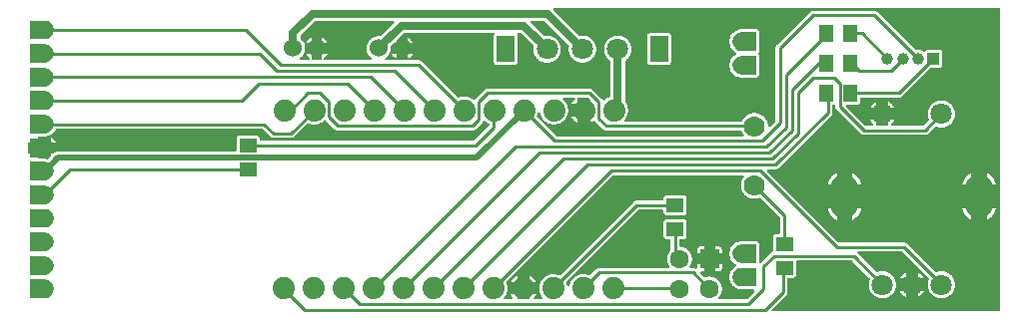
<source format=gbl>
G04 Layer: BottomLayer*
G04 EasyEDA v6.2.46, 2019-12-20T21:21:12+01:00*
G04 d37f97ebf7a94133afb56d0d7468e1fa,4a9c1d379d7447c5bd0ffc32acf6fcf4,10*
G04 Gerber Generator version 0.2*
G04 Scale: 100 percent, Rotated: No, Reflected: No *
G04 Dimensions in millimeters *
G04 leading zeros omitted , absolute positions ,3 integer and 3 decimal *
%FSLAX33Y33*%
%MOMM*%
G90*
G71D02*

%ADD10C,0.254000*%
%ADD11C,1.799996*%
%ADD12R,0.999998X0.999998*%
%ADD13C,0.999998*%
%ADD16C,1.599997*%
%ADD17C,1.879600*%
%ADD18C,1.778000*%
%ADD19C,1.524000*%
%ADD20C,2.399995*%
%ADD21C,0.499999*%
%ADD22C,0.699999*%

%LPD*%
G36*
G01X82572Y26032D02*
G01X44872Y26032D01*
G01X44857Y26031D01*
G01X44843Y26028D01*
G01X44830Y26023D01*
G01X44817Y26016D01*
G01X44805Y26007D01*
G01X44795Y25997D01*
G01X44786Y25985D01*
G01X44779Y25973D01*
G01X44774Y25959D01*
G01X44771Y25945D01*
G01X44770Y25930D01*
G01X44771Y25914D01*
G01X44775Y25899D01*
G01X44781Y25884D01*
G01X44790Y25871D01*
G01X44800Y25859D01*
G01X46960Y23699D01*
G01X46972Y23688D01*
G01X46985Y23680D01*
G01X47000Y23674D01*
G01X47016Y23670D01*
G01X47032Y23669D01*
G01X47051Y23671D01*
G01X47104Y23680D01*
G01X47158Y23686D01*
G01X47212Y23690D01*
G01X47267Y23691D01*
G01X47316Y23690D01*
G01X47365Y23687D01*
G01X47414Y23682D01*
G01X47462Y23675D01*
G01X47510Y23665D01*
G01X47558Y23654D01*
G01X47605Y23640D01*
G01X47652Y23625D01*
G01X47698Y23608D01*
G01X47743Y23589D01*
G01X47787Y23567D01*
G01X47831Y23544D01*
G01X47873Y23519D01*
G01X47914Y23493D01*
G01X47954Y23464D01*
G01X47993Y23434D01*
G01X48031Y23403D01*
G01X48067Y23370D01*
G01X48102Y23335D01*
G01X48135Y23299D01*
G01X48166Y23261D01*
G01X48196Y23222D01*
G01X48225Y23182D01*
G01X48251Y23141D01*
G01X48276Y23099D01*
G01X48299Y23055D01*
G01X48320Y23011D01*
G01X48340Y22966D01*
G01X48357Y22920D01*
G01X48372Y22873D01*
G01X48386Y22826D01*
G01X48397Y22778D01*
G01X48407Y22730D01*
G01X48414Y22682D01*
G01X48419Y22633D01*
G01X48422Y22584D01*
G01X48423Y22535D01*
G01X48422Y22486D01*
G01X48419Y22437D01*
G01X48414Y22388D01*
G01X48407Y22339D01*
G01X48397Y22291D01*
G01X48386Y22243D01*
G01X48372Y22196D01*
G01X48357Y22149D01*
G01X48340Y22103D01*
G01X48320Y22058D01*
G01X48299Y22014D01*
G01X48276Y21971D01*
G01X48251Y21928D01*
G01X48225Y21887D01*
G01X48196Y21847D01*
G01X48166Y21808D01*
G01X48135Y21771D01*
G01X48102Y21734D01*
G01X48067Y21700D01*
G01X48031Y21666D01*
G01X47993Y21635D01*
G01X47954Y21605D01*
G01X47914Y21576D01*
G01X47873Y21550D01*
G01X47831Y21525D01*
G01X47787Y21502D01*
G01X47743Y21481D01*
G01X47698Y21461D01*
G01X47652Y21444D01*
G01X47605Y21429D01*
G01X47558Y21415D01*
G01X47510Y21404D01*
G01X47462Y21395D01*
G01X47414Y21387D01*
G01X47365Y21382D01*
G01X47316Y21379D01*
G01X47267Y21378D01*
G01X47218Y21379D01*
G01X47169Y21382D01*
G01X47120Y21387D01*
G01X47071Y21395D01*
G01X47023Y21404D01*
G01X46975Y21415D01*
G01X46928Y21429D01*
G01X46881Y21444D01*
G01X46835Y21461D01*
G01X46790Y21481D01*
G01X46746Y21502D01*
G01X46703Y21525D01*
G01X46660Y21550D01*
G01X46619Y21576D01*
G01X46579Y21605D01*
G01X46540Y21635D01*
G01X46503Y21666D01*
G01X46466Y21700D01*
G01X46432Y21734D01*
G01X46398Y21771D01*
G01X46367Y21808D01*
G01X46337Y21847D01*
G01X46308Y21887D01*
G01X46282Y21928D01*
G01X46257Y21971D01*
G01X46234Y22014D01*
G01X46213Y22058D01*
G01X46193Y22103D01*
G01X46176Y22149D01*
G01X46161Y22196D01*
G01X46147Y22243D01*
G01X46136Y22291D01*
G01X46127Y22339D01*
G01X46119Y22388D01*
G01X46114Y22437D01*
G01X46111Y22486D01*
G01X46110Y22535D01*
G01X46111Y22589D01*
G01X46115Y22643D01*
G01X46121Y22697D01*
G01X46130Y22750D01*
G01X46132Y22769D01*
G01X46131Y22785D01*
G01X46127Y22800D01*
G01X46121Y22815D01*
G01X46113Y22829D01*
G01X46102Y22841D01*
G01X44053Y24890D01*
G01X44041Y24901D01*
G01X44027Y24909D01*
G01X44012Y24915D01*
G01X43997Y24919D01*
G01X43981Y24920D01*
G01X42984Y24920D01*
G01X42970Y24919D01*
G01X42955Y24916D01*
G01X42942Y24911D01*
G01X42929Y24904D01*
G01X42918Y24895D01*
G01X42907Y24885D01*
G01X42899Y24873D01*
G01X42892Y24861D01*
G01X42887Y24847D01*
G01X42884Y24833D01*
G01X42883Y24818D01*
G01X42884Y24802D01*
G01X42887Y24787D01*
G01X42894Y24772D01*
G01X42902Y24759D01*
G01X42912Y24747D01*
G01X43960Y23699D01*
G01X43972Y23688D01*
G01X43986Y23680D01*
G01X44000Y23674D01*
G01X44016Y23670D01*
G01X44032Y23669D01*
G01X44051Y23671D01*
G01X44104Y23680D01*
G01X44158Y23686D01*
G01X44212Y23690D01*
G01X44267Y23691D01*
G01X44316Y23690D01*
G01X44365Y23687D01*
G01X44414Y23682D01*
G01X44462Y23675D01*
G01X44510Y23665D01*
G01X44558Y23654D01*
G01X44605Y23640D01*
G01X44652Y23625D01*
G01X44698Y23608D01*
G01X44743Y23589D01*
G01X44787Y23567D01*
G01X44831Y23544D01*
G01X44873Y23519D01*
G01X44914Y23493D01*
G01X44954Y23464D01*
G01X44993Y23434D01*
G01X45031Y23403D01*
G01X45067Y23370D01*
G01X45102Y23335D01*
G01X45135Y23299D01*
G01X45166Y23261D01*
G01X45196Y23222D01*
G01X45225Y23182D01*
G01X45251Y23141D01*
G01X45276Y23099D01*
G01X45299Y23055D01*
G01X45320Y23011D01*
G01X45340Y22966D01*
G01X45357Y22920D01*
G01X45372Y22873D01*
G01X45386Y22826D01*
G01X45397Y22778D01*
G01X45407Y22730D01*
G01X45414Y22682D01*
G01X45419Y22633D01*
G01X45422Y22584D01*
G01X45423Y22535D01*
G01X45422Y22486D01*
G01X45419Y22437D01*
G01X45414Y22388D01*
G01X45407Y22339D01*
G01X45397Y22291D01*
G01X45386Y22243D01*
G01X45372Y22196D01*
G01X45357Y22149D01*
G01X45340Y22103D01*
G01X45320Y22058D01*
G01X45299Y22014D01*
G01X45276Y21971D01*
G01X45251Y21928D01*
G01X45225Y21887D01*
G01X45196Y21847D01*
G01X45166Y21808D01*
G01X45135Y21771D01*
G01X45102Y21734D01*
G01X45067Y21700D01*
G01X45031Y21666D01*
G01X44993Y21635D01*
G01X44954Y21605D01*
G01X44914Y21576D01*
G01X44873Y21550D01*
G01X44831Y21525D01*
G01X44787Y21502D01*
G01X44743Y21481D01*
G01X44698Y21461D01*
G01X44652Y21444D01*
G01X44605Y21429D01*
G01X44558Y21415D01*
G01X44510Y21404D01*
G01X44462Y21395D01*
G01X44414Y21387D01*
G01X44365Y21382D01*
G01X44316Y21379D01*
G01X44267Y21378D01*
G01X44218Y21379D01*
G01X44169Y21382D01*
G01X44120Y21387D01*
G01X44071Y21395D01*
G01X44023Y21404D01*
G01X43975Y21415D01*
G01X43928Y21429D01*
G01X43881Y21444D01*
G01X43835Y21461D01*
G01X43790Y21481D01*
G01X43746Y21502D01*
G01X43703Y21525D01*
G01X43660Y21550D01*
G01X43619Y21576D01*
G01X43579Y21605D01*
G01X43540Y21635D01*
G01X43503Y21666D01*
G01X43466Y21700D01*
G01X43432Y21734D01*
G01X43398Y21771D01*
G01X43367Y21808D01*
G01X43337Y21847D01*
G01X43308Y21887D01*
G01X43282Y21928D01*
G01X43257Y21971D01*
G01X43234Y22014D01*
G01X43213Y22058D01*
G01X43193Y22103D01*
G01X43176Y22149D01*
G01X43161Y22196D01*
G01X43147Y22243D01*
G01X43136Y22291D01*
G01X43127Y22339D01*
G01X43119Y22388D01*
G01X43114Y22437D01*
G01X43111Y22486D01*
G01X43110Y22535D01*
G01X43111Y22589D01*
G01X43115Y22643D01*
G01X43121Y22697D01*
G01X43130Y22750D01*
G01X43132Y22769D01*
G01X43131Y22785D01*
G01X43127Y22800D01*
G01X43121Y22815D01*
G01X43113Y22829D01*
G01X43102Y22841D01*
G01X42069Y23874D01*
G01X42057Y23885D01*
G01X42043Y23893D01*
G01X42029Y23899D01*
G01X42013Y23903D01*
G01X41997Y23904D01*
G01X41833Y23904D01*
G01X41818Y23903D01*
G01X41804Y23900D01*
G01X41791Y23895D01*
G01X41778Y23888D01*
G01X41766Y23879D01*
G01X41756Y23869D01*
G01X41747Y23857D01*
G01X41740Y23845D01*
G01X41735Y23831D01*
G01X41732Y23817D01*
G01X41731Y23802D01*
G01X41733Y23786D01*
G01X41737Y23770D01*
G01X41743Y23755D01*
G01X41754Y23732D01*
G01X41762Y23709D01*
G01X41768Y23684D01*
G01X41772Y23659D01*
G01X41773Y23635D01*
G01X41773Y21435D01*
G01X41772Y21411D01*
G01X41769Y21387D01*
G01X41763Y21364D01*
G01X41756Y21342D01*
G01X41746Y21320D01*
G01X41735Y21299D01*
G01X41721Y21280D01*
G01X41706Y21262D01*
G01X41689Y21245D01*
G01X41671Y21230D01*
G01X41652Y21216D01*
G01X41631Y21205D01*
G01X41609Y21195D01*
G01X41587Y21188D01*
G01X41564Y21182D01*
G01X41540Y21179D01*
G01X41517Y21178D01*
G01X40016Y21178D01*
G01X39993Y21179D01*
G01X39969Y21182D01*
G01X39946Y21188D01*
G01X39924Y21195D01*
G01X39902Y21205D01*
G01X39881Y21216D01*
G01X39862Y21230D01*
G01X39844Y21245D01*
G01X39827Y21262D01*
G01X39812Y21280D01*
G01X39798Y21299D01*
G01X39787Y21320D01*
G01X39777Y21342D01*
G01X39770Y21364D01*
G01X39764Y21387D01*
G01X39761Y21411D01*
G01X39760Y21435D01*
G01X39760Y23635D01*
G01X39761Y23659D01*
G01X39765Y23684D01*
G01X39771Y23709D01*
G01X39779Y23732D01*
G01X39790Y23755D01*
G01X39796Y23770D01*
G01X39800Y23786D01*
G01X39802Y23802D01*
G01X39801Y23817D01*
G01X39798Y23831D01*
G01X39793Y23845D01*
G01X39786Y23857D01*
G01X39777Y23869D01*
G01X39767Y23879D01*
G01X39755Y23888D01*
G01X39742Y23895D01*
G01X39729Y23900D01*
G01X39715Y23903D01*
G01X39700Y23904D01*
G01X32195Y23904D01*
G01X32179Y23903D01*
G01X32164Y23899D01*
G01X32149Y23893D01*
G01X32136Y23885D01*
G01X32123Y23874D01*
G01X31573Y23324D01*
G01X31562Y23311D01*
G01X31554Y23298D01*
G01X31548Y23283D01*
G01X31544Y23268D01*
G01X31543Y23252D01*
G01X31543Y23050D01*
G01X31341Y23050D01*
G01X31325Y23049D01*
G01X31310Y23045D01*
G01X31295Y23039D01*
G01X31282Y23031D01*
G01X31269Y23020D01*
G01X31031Y22782D01*
G01X31021Y22770D01*
G01X31012Y22756D01*
G01X31006Y22741D01*
G01X31002Y22726D01*
G01X31001Y22710D01*
G01X31002Y22700D01*
G01X31005Y22653D01*
G01X31006Y22605D01*
G01X31005Y22553D01*
G01X31001Y22500D01*
G01X30994Y22448D01*
G01X30984Y22396D01*
G01X30972Y22344D01*
G01X30957Y22294D01*
G01X30953Y22278D01*
G01X30952Y22263D01*
G01X30954Y22246D01*
G01X30958Y22230D01*
G01X30964Y22215D01*
G01X30973Y22201D01*
G01X30957Y22198D01*
G01X30942Y22192D01*
G01X30928Y22183D01*
G01X30916Y22173D01*
G01X30905Y22160D01*
G01X30897Y22147D01*
G01X30874Y22103D01*
G01X30848Y22061D01*
G01X30821Y22020D01*
G01X30792Y21980D01*
G01X30760Y21942D01*
G01X30727Y21906D01*
G01X30693Y21871D01*
G01X30656Y21837D01*
G01X30618Y21806D01*
G01X30579Y21776D01*
G01X30567Y21766D01*
G01X30556Y21754D01*
G01X30548Y21740D01*
G01X30542Y21725D01*
G01X30538Y21710D01*
G01X30536Y21694D01*
G01X30537Y21679D01*
G01X30541Y21665D01*
G01X30546Y21651D01*
G01X30553Y21639D01*
G01X30561Y21627D01*
G01X30572Y21617D01*
G01X30583Y21608D01*
G01X30596Y21601D01*
G01X30609Y21596D01*
G01X30624Y21593D01*
G01X30638Y21592D01*
G01X31337Y21592D01*
G01X31351Y21593D01*
G01X31366Y21596D01*
G01X31379Y21601D01*
G01X31392Y21608D01*
G01X31403Y21617D01*
G01X31414Y21627D01*
G01X31422Y21639D01*
G01X31429Y21651D01*
G01X31434Y21665D01*
G01X31438Y21679D01*
G01X31439Y21694D01*
G01X31437Y21710D01*
G01X31433Y21725D01*
G01X31427Y21740D01*
G01X31419Y21754D01*
G01X31408Y21766D01*
G01X31396Y21776D01*
G01X31357Y21806D01*
G01X31319Y21837D01*
G01X31282Y21871D01*
G01X31248Y21906D01*
G01X31215Y21942D01*
G01X31183Y21980D01*
G01X31154Y22020D01*
G01X31127Y22061D01*
G01X31101Y22103D01*
G01X31078Y22147D01*
G01X31069Y22161D01*
G01X31543Y22161D01*
G01X31543Y21694D01*
G01X31544Y21679D01*
G01X31547Y21665D01*
G01X31552Y21651D01*
G01X31559Y21639D01*
G01X31568Y21627D01*
G01X31578Y21617D01*
G01X31590Y21608D01*
G01X31602Y21601D01*
G01X31616Y21596D01*
G01X31630Y21593D01*
G01X31645Y21592D01*
G01X32330Y21592D01*
G01X32345Y21593D01*
G01X32359Y21596D01*
G01X32373Y21601D01*
G01X32385Y21608D01*
G01X32397Y21617D01*
G01X32407Y21627D01*
G01X32416Y21639D01*
G01X32423Y21651D01*
G01X32428Y21665D01*
G01X32431Y21679D01*
G01X32432Y21694D01*
G01X32432Y22161D01*
G01X32904Y22161D01*
G01X32883Y22120D01*
G01X32860Y22080D01*
G01X32835Y22041D01*
G01X32809Y22003D01*
G01X32780Y21966D01*
G01X32751Y21931D01*
G01X32719Y21897D01*
G01X32686Y21864D01*
G01X32652Y21833D01*
G01X32616Y21804D01*
G01X32579Y21776D01*
G01X32567Y21766D01*
G01X32556Y21754D01*
G01X32548Y21740D01*
G01X32542Y21725D01*
G01X32538Y21710D01*
G01X32536Y21694D01*
G01X32537Y21679D01*
G01X32541Y21665D01*
G01X32546Y21651D01*
G01X32553Y21639D01*
G01X32561Y21627D01*
G01X32572Y21617D01*
G01X32583Y21608D01*
G01X32596Y21601D01*
G01X32609Y21596D01*
G01X32624Y21593D01*
G01X32638Y21592D01*
G01X33362Y21592D01*
G01X33392Y21591D01*
G01X33422Y21587D01*
G01X33452Y21581D01*
G01X33481Y21573D01*
G01X33509Y21563D01*
G01X33537Y21550D01*
G01X33563Y21536D01*
G01X33588Y21519D01*
G01X33611Y21500D01*
G01X33634Y21480D01*
G01X36656Y18457D01*
G01X36668Y18447D01*
G01X36682Y18439D01*
G01X36696Y18433D01*
G01X36712Y18429D01*
G01X36728Y18428D01*
G01X36748Y18430D01*
G01X36767Y18436D01*
G01X36817Y18456D01*
G01X36868Y18473D01*
G01X36919Y18489D01*
G01X36971Y18502D01*
G01X37023Y18512D01*
G01X37076Y18521D01*
G01X37129Y18527D01*
G01X37182Y18530D01*
G01X37236Y18531D01*
G01X37286Y18530D01*
G01X37336Y18527D01*
G01X37386Y18522D01*
G01X37436Y18514D01*
G01X37485Y18505D01*
G01X37534Y18494D01*
G01X37583Y18480D01*
G01X37630Y18464D01*
G01X37677Y18447D01*
G01X37724Y18427D01*
G01X37769Y18406D01*
G01X37814Y18383D01*
G01X37857Y18357D01*
G01X37900Y18330D01*
G01X37941Y18302D01*
G01X37981Y18271D01*
G01X38019Y18239D01*
G01X38031Y18230D01*
G01X38044Y18223D01*
G01X38057Y18218D01*
G01X38072Y18215D01*
G01X38086Y18214D01*
G01X38102Y18215D01*
G01X38118Y18219D01*
G01X38132Y18225D01*
G01X38146Y18234D01*
G01X38158Y18244D01*
G01X38169Y18257D01*
G01X38188Y18282D01*
G01X38209Y18305D01*
G01X38971Y19067D01*
G01X38993Y19087D01*
G01X39017Y19106D01*
G01X39042Y19123D01*
G01X39068Y19137D01*
G01X39096Y19150D01*
G01X39124Y19160D01*
G01X39153Y19168D01*
G01X39183Y19174D01*
G01X39212Y19178D01*
G01X39243Y19179D01*
G01X47879Y19179D01*
G01X47909Y19178D01*
G01X47938Y19174D01*
G01X47968Y19168D01*
G01X47997Y19160D01*
G01X48025Y19150D01*
G01X48053Y19137D01*
G01X48079Y19123D01*
G01X48104Y19106D01*
G01X48128Y19087D01*
G01X48150Y19067D01*
G01X48912Y18305D01*
G01X48932Y18283D01*
G01X48951Y18259D01*
G01X48967Y18234D01*
G01X48976Y18222D01*
G01X48986Y18211D01*
G01X48998Y18202D01*
G01X49011Y18195D01*
G01X49025Y18190D01*
G01X49039Y18187D01*
G01X49054Y18186D01*
G01X49069Y18187D01*
G01X49084Y18190D01*
G01X49098Y18196D01*
G01X49111Y18203D01*
G01X49123Y18213D01*
G01X49163Y18249D01*
G01X49206Y18283D01*
G01X49249Y18315D01*
G01X49294Y18345D01*
G01X49340Y18373D01*
G01X49388Y18398D01*
G01X49436Y18422D01*
G01X49486Y18444D01*
G01X49537Y18463D01*
G01X49588Y18480D01*
G01X49601Y18485D01*
G01X49614Y18492D01*
G01X49625Y18500D01*
G01X49636Y18511D01*
G01X49644Y18522D01*
G01X49651Y18535D01*
G01X49656Y18548D01*
G01X49659Y18562D01*
G01X49660Y18577D01*
G01X49660Y21495D01*
G01X49659Y21511D01*
G01X49655Y21527D01*
G01X49648Y21542D01*
G01X49639Y21556D01*
G01X49628Y21568D01*
G01X49616Y21579D01*
G01X49576Y21607D01*
G01X49537Y21637D01*
G01X49500Y21669D01*
G01X49464Y21702D01*
G01X49429Y21737D01*
G01X49396Y21773D01*
G01X49365Y21810D01*
G01X49335Y21849D01*
G01X49307Y21889D01*
G01X49281Y21930D01*
G01X49256Y21972D01*
G01X49233Y22016D01*
G01X49212Y22060D01*
G01X49193Y22105D01*
G01X49176Y22151D01*
G01X49160Y22197D01*
G01X49147Y22244D01*
G01X49136Y22292D01*
G01X49127Y22340D01*
G01X49119Y22388D01*
G01X49114Y22437D01*
G01X49111Y22486D01*
G01X49110Y22535D01*
G01X49111Y22584D01*
G01X49114Y22633D01*
G01X49119Y22682D01*
G01X49127Y22730D01*
G01X49136Y22778D01*
G01X49147Y22826D01*
G01X49161Y22873D01*
G01X49176Y22920D01*
G01X49193Y22966D01*
G01X49213Y23011D01*
G01X49234Y23055D01*
G01X49257Y23099D01*
G01X49282Y23141D01*
G01X49308Y23182D01*
G01X49337Y23222D01*
G01X49367Y23261D01*
G01X49398Y23299D01*
G01X49432Y23335D01*
G01X49466Y23370D01*
G01X49503Y23403D01*
G01X49540Y23434D01*
G01X49579Y23464D01*
G01X49619Y23493D01*
G01X49660Y23519D01*
G01X49703Y23544D01*
G01X49746Y23567D01*
G01X49790Y23589D01*
G01X49835Y23608D01*
G01X49881Y23625D01*
G01X49928Y23640D01*
G01X49975Y23654D01*
G01X50023Y23665D01*
G01X50071Y23675D01*
G01X50120Y23682D01*
G01X50169Y23687D01*
G01X50218Y23690D01*
G01X50267Y23691D01*
G01X50316Y23690D01*
G01X50365Y23687D01*
G01X50414Y23682D01*
G01X50462Y23675D01*
G01X50510Y23665D01*
G01X50558Y23654D01*
G01X50605Y23640D01*
G01X50652Y23625D01*
G01X50698Y23608D01*
G01X50743Y23589D01*
G01X50787Y23567D01*
G01X50831Y23544D01*
G01X50873Y23519D01*
G01X50914Y23493D01*
G01X50954Y23464D01*
G01X50993Y23434D01*
G01X51031Y23403D01*
G01X51067Y23370D01*
G01X51102Y23335D01*
G01X51135Y23299D01*
G01X51166Y23261D01*
G01X51196Y23222D01*
G01X51225Y23182D01*
G01X51251Y23141D01*
G01X51276Y23099D01*
G01X51299Y23055D01*
G01X51320Y23011D01*
G01X51340Y22966D01*
G01X51357Y22920D01*
G01X51372Y22873D01*
G01X51386Y22826D01*
G01X51397Y22778D01*
G01X51407Y22730D01*
G01X51414Y22682D01*
G01X51419Y22633D01*
G01X51422Y22584D01*
G01X51423Y22535D01*
G01X51422Y22486D01*
G01X51419Y22437D01*
G01X51414Y22388D01*
G01X51407Y22340D01*
G01X51397Y22292D01*
G01X51386Y22244D01*
G01X51373Y22197D01*
G01X51358Y22151D01*
G01X51340Y22105D01*
G01X51321Y22060D01*
G01X51300Y22016D01*
G01X51277Y21972D01*
G01X51253Y21930D01*
G01X51226Y21889D01*
G01X51198Y21849D01*
G01X51168Y21810D01*
G01X51137Y21773D01*
G01X51104Y21737D01*
G01X51069Y21702D01*
G01X51033Y21669D01*
G01X50996Y21637D01*
G01X50957Y21607D01*
G01X50918Y21579D01*
G01X50905Y21568D01*
G01X50894Y21556D01*
G01X50885Y21542D01*
G01X50878Y21527D01*
G01X50874Y21511D01*
G01X50873Y21495D01*
G01X50873Y18113D01*
G01X50874Y18097D01*
G01X50878Y18081D01*
G01X50885Y18066D01*
G01X50893Y18052D01*
G01X50923Y18011D01*
G01X50951Y17968D01*
G01X50977Y17924D01*
G01X51002Y17878D01*
G01X51024Y17832D01*
G01X51044Y17785D01*
G01X51063Y17737D01*
G01X51079Y17689D01*
G01X51093Y17639D01*
G01X51105Y17589D01*
G01X51115Y17539D01*
G01X51122Y17488D01*
G01X51128Y17437D01*
G01X51131Y17386D01*
G01X51132Y17335D01*
G01X51131Y17285D01*
G01X51128Y17235D01*
G01X51123Y17185D01*
G01X51115Y17135D01*
G01X51106Y17086D01*
G01X51095Y17037D01*
G01X51081Y16989D01*
G01X51066Y16941D01*
G01X51048Y16894D01*
G01X51029Y16848D01*
G01X51007Y16803D01*
G01X50984Y16758D01*
G01X50959Y16715D01*
G01X50932Y16673D01*
G01X50904Y16632D01*
G01X50873Y16592D01*
G01X50841Y16553D01*
G01X50833Y16541D01*
G01X50826Y16529D01*
G01X50821Y16515D01*
G01X50818Y16501D01*
G01X50817Y16487D01*
G01X50818Y16472D01*
G01X50821Y16458D01*
G01X50826Y16444D01*
G01X50833Y16432D01*
G01X50841Y16420D01*
G01X50852Y16410D01*
G01X50863Y16401D01*
G01X50876Y16394D01*
G01X50890Y16389D01*
G01X50904Y16386D01*
G01X50918Y16385D01*
G01X60717Y16385D01*
G01X60731Y16386D01*
G01X60746Y16389D01*
G01X60759Y16394D01*
G01X60772Y16401D01*
G01X60783Y16410D01*
G01X60794Y16420D01*
G01X60802Y16431D01*
G01X60809Y16444D01*
G01X60831Y16489D01*
G01X60855Y16533D01*
G01X60881Y16576D01*
G01X60909Y16617D01*
G01X60938Y16658D01*
G01X60970Y16697D01*
G01X61003Y16735D01*
G01X61037Y16771D01*
G01X61073Y16806D01*
G01X61111Y16839D01*
G01X61150Y16870D01*
G01X61190Y16900D01*
G01X61232Y16928D01*
G01X61275Y16954D01*
G01X61319Y16978D01*
G01X61363Y17000D01*
G01X61409Y17020D01*
G01X61456Y17038D01*
G01X61503Y17054D01*
G01X61551Y17068D01*
G01X61600Y17080D01*
G01X61649Y17090D01*
G01X61699Y17098D01*
G01X61748Y17103D01*
G01X61798Y17107D01*
G01X61849Y17108D01*
G01X61897Y17107D01*
G01X61945Y17104D01*
G01X61993Y17099D01*
G01X62041Y17091D01*
G01X62088Y17082D01*
G01X62135Y17071D01*
G01X62182Y17058D01*
G01X62228Y17043D01*
G01X62273Y17026D01*
G01X62317Y17007D01*
G01X62361Y16987D01*
G01X62404Y16964D01*
G01X62445Y16940D01*
G01X62486Y16914D01*
G01X62526Y16886D01*
G01X62564Y16857D01*
G01X62601Y16826D01*
G01X62637Y16793D01*
G01X62671Y16759D01*
G01X62704Y16724D01*
G01X62735Y16687D01*
G01X62765Y16649D01*
G01X62793Y16610D01*
G01X62820Y16569D01*
G01X62845Y16528D01*
G01X62867Y16486D01*
G01X62889Y16442D01*
G01X62908Y16398D01*
G01X62925Y16353D01*
G01X62941Y16307D01*
G01X62954Y16261D01*
G01X62966Y16214D01*
G01X62976Y16166D01*
G01X62983Y16119D01*
G01X62989Y16071D01*
G01X62992Y16023D01*
G01X62994Y16007D01*
G01X62999Y15993D01*
G01X63005Y15979D01*
G01X63014Y15966D01*
G01X63024Y15954D01*
G01X63036Y15945D01*
G01X63049Y15937D01*
G01X63064Y15931D01*
G01X63079Y15928D01*
G01X63094Y15926D01*
G01X63110Y15928D01*
G01X63125Y15931D01*
G01X63140Y15937D01*
G01X63154Y15946D01*
G01X63166Y15956D01*
G01X63594Y16385D01*
G01X63605Y16397D01*
G01X63613Y16410D01*
G01X63619Y16425D01*
G01X63623Y16441D01*
G01X63624Y16456D01*
G01X63624Y22606D01*
G01X63625Y22636D01*
G01X63629Y22665D01*
G01X63635Y22695D01*
G01X63643Y22724D01*
G01X63653Y22752D01*
G01X63666Y22780D01*
G01X63680Y22806D01*
G01X63697Y22831D01*
G01X63716Y22855D01*
G01X63736Y22877D01*
G01X66530Y25671D01*
G01X66552Y25691D01*
G01X66576Y25710D01*
G01X66601Y25727D01*
G01X66627Y25741D01*
G01X66655Y25754D01*
G01X66683Y25764D01*
G01X66712Y25772D01*
G01X66742Y25778D01*
G01X66771Y25782D01*
G01X66802Y25783D01*
G01X72023Y25783D01*
G01X72054Y25782D01*
G01X72083Y25778D01*
G01X72113Y25772D01*
G01X72142Y25764D01*
G01X72170Y25754D01*
G01X72198Y25741D01*
G01X72224Y25727D01*
G01X72249Y25710D01*
G01X72273Y25691D01*
G01X72295Y25671D01*
G01X75477Y22488D01*
G01X75489Y22478D01*
G01X75503Y22470D01*
G01X75518Y22463D01*
G01X75533Y22460D01*
G01X75549Y22458D01*
G01X75568Y22460D01*
G01X75614Y22467D01*
G01X75660Y22472D01*
G01X75706Y22473D01*
G01X75746Y22472D01*
G01X75785Y22469D01*
G01X75824Y22464D01*
G01X75863Y22457D01*
G01X75901Y22448D01*
G01X75938Y22437D01*
G01X75975Y22424D01*
G01X76012Y22409D01*
G01X76047Y22392D01*
G01X76082Y22373D01*
G01X76116Y22353D01*
G01X76148Y22331D01*
G01X76162Y22323D01*
G01X76176Y22317D01*
G01X76192Y22313D01*
G01X76207Y22312D01*
G01X76224Y22313D01*
G01X76240Y22317D01*
G01X76256Y22324D01*
G01X76270Y22333D01*
G01X76282Y22344D01*
G01X76292Y22357D01*
G01X76306Y22376D01*
G01X76321Y22394D01*
G01X76338Y22410D01*
G01X76356Y22424D01*
G01X76375Y22437D01*
G01X76395Y22448D01*
G01X76416Y22457D01*
G01X76438Y22464D01*
G01X76461Y22469D01*
G01X76483Y22472D01*
G01X76507Y22473D01*
G01X77507Y22473D01*
G01X77530Y22472D01*
G01X77554Y22469D01*
G01X77577Y22463D01*
G01X77599Y22456D01*
G01X77621Y22446D01*
G01X77642Y22435D01*
G01X77661Y22421D01*
G01X77679Y22406D01*
G01X77696Y22389D01*
G01X77711Y22371D01*
G01X77725Y22352D01*
G01X77736Y22331D01*
G01X77746Y22309D01*
G01X77753Y22287D01*
G01X77759Y22264D01*
G01X77762Y22240D01*
G01X77763Y22216D01*
G01X77763Y21217D01*
G01X77762Y21193D01*
G01X77759Y21169D01*
G01X77753Y21146D01*
G01X77746Y21124D01*
G01X77736Y21102D01*
G01X77725Y21081D01*
G01X77711Y21062D01*
G01X77696Y21044D01*
G01X77679Y21027D01*
G01X77661Y21012D01*
G01X77642Y20998D01*
G01X77621Y20987D01*
G01X77599Y20977D01*
G01X77577Y20970D01*
G01X77554Y20964D01*
G01X77530Y20961D01*
G01X77507Y20960D01*
G01X76834Y20960D01*
G01X76819Y20959D01*
G01X76803Y20955D01*
G01X76788Y20949D01*
G01X76775Y20941D01*
G01X76763Y20930D01*
G01X74357Y18524D01*
G01X74335Y18504D01*
G01X74311Y18485D01*
G01X74286Y18468D01*
G01X74260Y18454D01*
G01X74232Y18441D01*
G01X74204Y18431D01*
G01X74175Y18423D01*
G01X74145Y18417D01*
G01X74116Y18413D01*
G01X74085Y18412D01*
G01X70915Y18412D01*
G01X70900Y18411D01*
G01X70886Y18408D01*
G01X70872Y18403D01*
G01X70860Y18396D01*
G01X70848Y18387D01*
G01X70838Y18377D01*
G01X70829Y18365D01*
G01X70822Y18353D01*
G01X70817Y18339D01*
G01X70814Y18325D01*
G01X70813Y18310D01*
G01X70813Y18071D01*
G01X70812Y18047D01*
G01X70809Y18023D01*
G01X70803Y18000D01*
G01X70796Y17978D01*
G01X70786Y17956D01*
G01X70775Y17935D01*
G01X70761Y17916D01*
G01X70746Y17898D01*
G01X70729Y17881D01*
G01X70711Y17866D01*
G01X70692Y17852D01*
G01X70671Y17841D01*
G01X70649Y17831D01*
G01X70627Y17824D01*
G01X70604Y17818D01*
G01X70580Y17815D01*
G01X70557Y17814D01*
G01X69714Y17814D01*
G01X69699Y17813D01*
G01X69685Y17810D01*
G01X69672Y17805D01*
G01X69659Y17798D01*
G01X69647Y17789D01*
G01X69637Y17779D01*
G01X69628Y17767D01*
G01X69621Y17755D01*
G01X69616Y17741D01*
G01X69613Y17727D01*
G01X69612Y17712D01*
G01X69613Y17696D01*
G01X69617Y17681D01*
G01X69623Y17666D01*
G01X69632Y17653D01*
G01X69642Y17641D01*
G01X71249Y16034D01*
G01X71261Y16023D01*
G01X71274Y16015D01*
G01X71289Y16009D01*
G01X71305Y16005D01*
G01X71320Y16004D01*
G01X71828Y16004D01*
G01X71843Y16005D01*
G01X71857Y16008D01*
G01X71871Y16013D01*
G01X71883Y16020D01*
G01X71895Y16029D01*
G01X71905Y16039D01*
G01X71914Y16051D01*
G01X71921Y16063D01*
G01X71926Y16077D01*
G01X71929Y16091D01*
G01X71930Y16106D01*
G01X71929Y16122D01*
G01X71925Y16139D01*
G01X71918Y16154D01*
G01X71909Y16168D01*
G01X71860Y16217D01*
G01X71824Y16255D01*
G01X71790Y16295D01*
G01X71757Y16336D01*
G01X71727Y16379D01*
G01X71698Y16423D01*
G01X71672Y16468D01*
G01X71647Y16515D01*
G01X72170Y16515D01*
G01X72170Y16106D01*
G01X72171Y16091D01*
G01X72174Y16077D01*
G01X72179Y16063D01*
G01X72186Y16051D01*
G01X72195Y16039D01*
G01X72205Y16029D01*
G01X72217Y16020D01*
G01X72230Y16013D01*
G01X72243Y16008D01*
G01X72257Y16005D01*
G01X72272Y16004D01*
G01X73096Y16004D01*
G01X73110Y16005D01*
G01X73124Y16008D01*
G01X73138Y16013D01*
G01X73150Y16020D01*
G01X73162Y16029D01*
G01X73172Y16039D01*
G01X73181Y16051D01*
G01X73188Y16063D01*
G01X73193Y16077D01*
G01X73196Y16091D01*
G01X73197Y16106D01*
G01X73197Y16515D01*
G01X73720Y16515D01*
G01X73696Y16468D01*
G01X73669Y16423D01*
G01X73641Y16379D01*
G01X73610Y16336D01*
G01X73578Y16295D01*
G01X73543Y16255D01*
G01X73507Y16217D01*
G01X73458Y16168D01*
G01X73449Y16154D01*
G01X73443Y16139D01*
G01X73439Y16122D01*
G01X73437Y16106D01*
G01X73438Y16091D01*
G01X73441Y16077D01*
G01X73446Y16063D01*
G01X73453Y16051D01*
G01X73462Y16039D01*
G01X73472Y16029D01*
G01X73484Y16020D01*
G01X73497Y16013D01*
G01X73510Y16008D01*
G01X73524Y16005D01*
G01X73539Y16004D01*
G01X76075Y16004D01*
G01X76091Y16005D01*
G01X76106Y16009D01*
G01X76121Y16015D01*
G01X76134Y16023D01*
G01X76147Y16034D01*
G01X76592Y16479D01*
G01X76602Y16491D01*
G01X76610Y16505D01*
G01X76616Y16519D01*
G01X76620Y16535D01*
G01X76621Y16551D01*
G01X76619Y16570D01*
G01X76614Y16589D01*
G01X76596Y16636D01*
G01X76580Y16683D01*
G01X76566Y16731D01*
G01X76554Y16780D01*
G01X76544Y16829D01*
G01X76537Y16879D01*
G01X76531Y16928D01*
G01X76528Y16978D01*
G01X76527Y17028D01*
G01X76528Y17078D01*
G01X76531Y17127D01*
G01X76536Y17175D01*
G01X76544Y17224D01*
G01X76553Y17272D01*
G01X76564Y17320D01*
G01X76578Y17367D01*
G01X76593Y17414D01*
G01X76610Y17460D01*
G01X76630Y17505D01*
G01X76651Y17549D01*
G01X76674Y17592D01*
G01X76699Y17635D01*
G01X76725Y17676D01*
G01X76754Y17716D01*
G01X76784Y17755D01*
G01X76815Y17793D01*
G01X76849Y17829D01*
G01X76883Y17863D01*
G01X76920Y17897D01*
G01X76957Y17928D01*
G01X76996Y17958D01*
G01X77036Y17987D01*
G01X77077Y18013D01*
G01X77120Y18038D01*
G01X77163Y18061D01*
G01X77207Y18082D01*
G01X77252Y18102D01*
G01X77298Y18119D01*
G01X77345Y18134D01*
G01X77392Y18148D01*
G01X77440Y18159D01*
G01X77488Y18168D01*
G01X77537Y18176D01*
G01X77586Y18181D01*
G01X77635Y18184D01*
G01X77684Y18185D01*
G01X77733Y18184D01*
G01X77782Y18181D01*
G01X77831Y18176D01*
G01X77879Y18168D01*
G01X77927Y18159D01*
G01X77975Y18148D01*
G01X78022Y18134D01*
G01X78069Y18119D01*
G01X78115Y18102D01*
G01X78160Y18082D01*
G01X78204Y18061D01*
G01X78248Y18038D01*
G01X78290Y18013D01*
G01X78331Y17987D01*
G01X78371Y17958D01*
G01X78410Y17928D01*
G01X78448Y17897D01*
G01X78484Y17863D01*
G01X78519Y17829D01*
G01X78552Y17793D01*
G01X78583Y17755D01*
G01X78613Y17716D01*
G01X78642Y17676D01*
G01X78668Y17635D01*
G01X78693Y17592D01*
G01X78716Y17549D01*
G01X78737Y17505D01*
G01X78757Y17460D01*
G01X78774Y17414D01*
G01X78789Y17367D01*
G01X78803Y17320D01*
G01X78814Y17272D01*
G01X78824Y17224D01*
G01X78831Y17175D01*
G01X78836Y17127D01*
G01X78839Y17078D01*
G01X78840Y17028D01*
G01X78839Y16979D01*
G01X78836Y16930D01*
G01X78831Y16882D01*
G01X78824Y16833D01*
G01X78814Y16785D01*
G01X78803Y16737D01*
G01X78789Y16690D01*
G01X78774Y16643D01*
G01X78757Y16597D01*
G01X78737Y16552D01*
G01X78716Y16508D01*
G01X78693Y16464D01*
G01X78668Y16422D01*
G01X78642Y16381D01*
G01X78613Y16341D01*
G01X78583Y16302D01*
G01X78552Y16264D01*
G01X78519Y16228D01*
G01X78484Y16193D01*
G01X78448Y16160D01*
G01X78410Y16129D01*
G01X78371Y16099D01*
G01X78331Y16070D01*
G01X78290Y16044D01*
G01X78248Y16019D01*
G01X78204Y15996D01*
G01X78160Y15975D01*
G01X78115Y15955D01*
G01X78069Y15938D01*
G01X78022Y15923D01*
G01X77975Y15909D01*
G01X77927Y15898D01*
G01X77879Y15889D01*
G01X77831Y15881D01*
G01X77782Y15876D01*
G01X77733Y15873D01*
G01X77684Y15872D01*
G01X77634Y15873D01*
G01X77584Y15876D01*
G01X77534Y15882D01*
G01X77484Y15889D01*
G01X77435Y15899D01*
G01X77387Y15911D01*
G01X77339Y15925D01*
G01X77291Y15941D01*
G01X77244Y15959D01*
G01X77225Y15964D01*
G01X77206Y15966D01*
G01X77190Y15965D01*
G01X77174Y15961D01*
G01X77160Y15955D01*
G01X77146Y15947D01*
G01X77134Y15936D01*
G01X76547Y15349D01*
G01X76525Y15329D01*
G01X76501Y15310D01*
G01X76476Y15293D01*
G01X76450Y15279D01*
G01X76422Y15266D01*
G01X76394Y15256D01*
G01X76365Y15248D01*
G01X76336Y15242D01*
G01X76306Y15238D01*
G01X76276Y15237D01*
G01X71120Y15237D01*
G01X71089Y15238D01*
G01X71060Y15242D01*
G01X71030Y15248D01*
G01X71001Y15256D01*
G01X70973Y15266D01*
G01X70945Y15279D01*
G01X70919Y15293D01*
G01X70894Y15310D01*
G01X70870Y15329D01*
G01X70848Y15349D01*
G01X68816Y17381D01*
G01X68796Y17403D01*
G01X68777Y17427D01*
G01X68760Y17452D01*
G01X68746Y17478D01*
G01X68733Y17506D01*
G01X68723Y17534D01*
G01X68715Y17563D01*
G01X68709Y17593D01*
G01X68705Y17622D01*
G01X68704Y17653D01*
G01X68704Y17721D01*
G01X68703Y17735D01*
G01X68700Y17750D01*
G01X68695Y17763D01*
G01X68688Y17776D01*
G01X68679Y17787D01*
G01X68669Y17798D01*
G01X68657Y17806D01*
G01X68645Y17813D01*
G01X68631Y17818D01*
G01X68617Y17821D01*
G01X68602Y17823D01*
G01X68580Y17820D01*
G01X68548Y17815D01*
G01X68533Y17813D01*
G01X68518Y17808D01*
G01X68505Y17801D01*
G01X68493Y17793D01*
G01X68482Y17782D01*
G01X68472Y17771D01*
G01X68465Y17757D01*
G01X68459Y17743D01*
G01X68456Y17729D01*
G01X68455Y17714D01*
G01X68455Y17144D01*
G01X68454Y17114D01*
G01X68450Y17085D01*
G01X68444Y17055D01*
G01X68436Y17026D01*
G01X68426Y16998D01*
G01X68413Y16970D01*
G01X68399Y16944D01*
G01X68382Y16919D01*
G01X68363Y16895D01*
G01X68343Y16873D01*
G01X63898Y12428D01*
G01X63876Y12408D01*
G01X63852Y12389D01*
G01X63827Y12372D01*
G01X63801Y12358D01*
G01X63773Y12345D01*
G01X63745Y12335D01*
G01X63716Y12327D01*
G01X63686Y12321D01*
G01X63657Y12317D01*
G01X63627Y12316D01*
G01X63020Y12316D01*
G01X63005Y12315D01*
G01X62991Y12312D01*
G01X62978Y12307D01*
G01X62965Y12300D01*
G01X62953Y12291D01*
G01X62943Y12281D01*
G01X62934Y12269D01*
G01X62927Y12257D01*
G01X62922Y12243D01*
G01X62919Y12229D01*
G01X62918Y12214D01*
G01X62919Y12198D01*
G01X62923Y12183D01*
G01X62929Y12168D01*
G01X62938Y12155D01*
G01X62948Y12143D01*
G01X68963Y6128D01*
G01X68975Y6117D01*
G01X68988Y6109D01*
G01X69003Y6103D01*
G01X69019Y6099D01*
G01X69034Y6098D01*
G01X74549Y6098D01*
G01X74579Y6097D01*
G01X74608Y6093D01*
G01X74638Y6087D01*
G01X74667Y6079D01*
G01X74695Y6069D01*
G01X74723Y6056D01*
G01X74749Y6042D01*
G01X74774Y6025D01*
G01X74798Y6006D01*
G01X74820Y5986D01*
G01X77170Y3635D01*
G01X77183Y3625D01*
G01X77196Y3616D01*
G01X77211Y3610D01*
G01X77226Y3606D01*
G01X77242Y3605D01*
G01X77260Y3607D01*
G01X77278Y3612D01*
G01X77327Y3629D01*
G01X77376Y3644D01*
G01X77427Y3656D01*
G01X77477Y3667D01*
G01X77529Y3675D01*
G01X77580Y3680D01*
G01X77632Y3684D01*
G01X77684Y3685D01*
G01X77733Y3684D01*
G01X77782Y3681D01*
G01X77831Y3676D01*
G01X77879Y3668D01*
G01X77927Y3659D01*
G01X77975Y3648D01*
G01X78022Y3634D01*
G01X78069Y3619D01*
G01X78115Y3602D01*
G01X78160Y3582D01*
G01X78204Y3561D01*
G01X78248Y3538D01*
G01X78290Y3513D01*
G01X78331Y3487D01*
G01X78371Y3458D01*
G01X78410Y3428D01*
G01X78448Y3397D01*
G01X78484Y3364D01*
G01X78519Y3329D01*
G01X78552Y3293D01*
G01X78583Y3255D01*
G01X78613Y3216D01*
G01X78642Y3176D01*
G01X78668Y3135D01*
G01X78693Y3093D01*
G01X78716Y3049D01*
G01X78737Y3005D01*
G01X78757Y2960D01*
G01X78774Y2914D01*
G01X78789Y2867D01*
G01X78803Y2820D01*
G01X78814Y2772D01*
G01X78824Y2724D01*
G01X78831Y2675D01*
G01X78836Y2627D01*
G01X78839Y2578D01*
G01X78840Y2529D01*
G01X78839Y2479D01*
G01X78836Y2430D01*
G01X78831Y2382D01*
G01X78824Y2333D01*
G01X78814Y2285D01*
G01X78803Y2237D01*
G01X78789Y2190D01*
G01X78774Y2143D01*
G01X78757Y2097D01*
G01X78737Y2052D01*
G01X78716Y2008D01*
G01X78693Y1965D01*
G01X78668Y1922D01*
G01X78642Y1881D01*
G01X78613Y1841D01*
G01X78583Y1802D01*
G01X78552Y1764D01*
G01X78519Y1728D01*
G01X78484Y1694D01*
G01X78448Y1660D01*
G01X78410Y1629D01*
G01X78371Y1599D01*
G01X78331Y1570D01*
G01X78290Y1544D01*
G01X78248Y1519D01*
G01X78204Y1496D01*
G01X78160Y1475D01*
G01X78115Y1455D01*
G01X78069Y1438D01*
G01X78022Y1423D01*
G01X77975Y1409D01*
G01X77927Y1398D01*
G01X77879Y1389D01*
G01X77831Y1381D01*
G01X77782Y1376D01*
G01X77733Y1373D01*
G01X77684Y1372D01*
G01X77634Y1373D01*
G01X77585Y1376D01*
G01X77535Y1382D01*
G01X77486Y1389D01*
G01X77438Y1399D01*
G01X77389Y1410D01*
G01X77342Y1424D01*
G01X77295Y1439D01*
G01X77248Y1457D01*
G01X77203Y1477D01*
G01X77158Y1498D01*
G01X77115Y1522D01*
G01X77072Y1547D01*
G01X77030Y1574D01*
G01X76990Y1603D01*
G01X76951Y1634D01*
G01X76913Y1666D01*
G01X76877Y1700D01*
G01X76842Y1735D01*
G01X76809Y1772D01*
G01X76778Y1810D01*
G01X76748Y1849D01*
G01X76719Y1890D01*
G01X76693Y1932D01*
G01X76668Y1975D01*
G01X76645Y2019D01*
G01X76625Y2064D01*
G01X76606Y2110D01*
G01X76589Y2156D01*
G01X76574Y2204D01*
G01X76561Y2251D01*
G01X76550Y2300D01*
G01X76541Y2349D01*
G01X76535Y2398D01*
G01X76529Y2463D01*
G01X76527Y2529D01*
G01X76529Y2594D01*
G01X76535Y2659D01*
G01X76541Y2710D01*
G01X76550Y2760D01*
G01X76562Y2809D01*
G01X76575Y2858D01*
G01X76590Y2906D01*
G01X76608Y2954D01*
G01X76628Y3000D01*
G01X76634Y3021D01*
G01X76637Y3042D01*
G01X76635Y3058D01*
G01X76632Y3073D01*
G01X76626Y3088D01*
G01X76617Y3102D01*
G01X76607Y3114D01*
G01X74419Y5301D01*
G01X74407Y5312D01*
G01X74394Y5320D01*
G01X74379Y5326D01*
G01X74363Y5330D01*
G01X74348Y5331D01*
G01X70669Y5331D01*
G01X70654Y5330D01*
G01X70640Y5327D01*
G01X70627Y5322D01*
G01X70614Y5315D01*
G01X70602Y5306D01*
G01X70592Y5296D01*
G01X70583Y5284D01*
G01X70577Y5272D01*
G01X70571Y5258D01*
G01X70568Y5244D01*
G01X70567Y5229D01*
G01X70569Y5213D01*
G01X70572Y5198D01*
G01X70578Y5183D01*
G01X70587Y5170D01*
G01X70597Y5158D01*
G01X72134Y3621D01*
G01X72146Y3610D01*
G01X72160Y3602D01*
G01X72174Y3596D01*
G01X72190Y3592D01*
G01X72206Y3591D01*
G01X72226Y3593D01*
G01X72244Y3598D01*
G01X72291Y3616D01*
G01X72339Y3632D01*
G01X72387Y3646D01*
G01X72435Y3658D01*
G01X72484Y3668D01*
G01X72534Y3675D01*
G01X72584Y3681D01*
G01X72634Y3684D01*
G01X72684Y3685D01*
G01X72733Y3684D01*
G01X72783Y3681D01*
G01X72832Y3676D01*
G01X72881Y3668D01*
G01X72929Y3659D01*
G01X72978Y3647D01*
G01X73025Y3634D01*
G01X73072Y3618D01*
G01X73119Y3600D01*
G01X73164Y3581D01*
G01X73209Y3559D01*
G01X73252Y3536D01*
G01X73295Y3510D01*
G01X73336Y3483D01*
G01X73377Y3454D01*
G01X73416Y3424D01*
G01X73453Y3392D01*
G01X73490Y3358D01*
G01X73524Y3323D01*
G01X73558Y3286D01*
G01X73589Y3248D01*
G01X73619Y3208D01*
G01X73648Y3168D01*
G01X73674Y3126D01*
G01X73699Y3083D01*
G01X73721Y3039D01*
G01X73742Y2994D01*
G01X73761Y2948D01*
G01X73778Y2902D01*
G01X73793Y2854D01*
G01X73806Y2807D01*
G01X73817Y2758D01*
G01X73826Y2710D01*
G01X73833Y2660D01*
G01X73838Y2595D01*
G01X73840Y2529D01*
G01X73838Y2463D01*
G01X73833Y2397D01*
G01X73826Y2348D01*
G01X73817Y2299D01*
G01X73806Y2251D01*
G01X73793Y2203D01*
G01X73778Y2155D01*
G01X73761Y2109D01*
G01X73742Y2063D01*
G01X73721Y2018D01*
G01X73699Y1974D01*
G01X73674Y1931D01*
G01X73648Y1889D01*
G01X73619Y1849D01*
G01X73589Y1809D01*
G01X73558Y1771D01*
G01X73524Y1734D01*
G01X73490Y1699D01*
G01X73453Y1665D01*
G01X73416Y1633D01*
G01X73377Y1603D01*
G01X73336Y1574D01*
G01X73295Y1547D01*
G01X73252Y1522D01*
G01X73209Y1498D01*
G01X73164Y1477D01*
G01X73119Y1457D01*
G01X73072Y1439D01*
G01X73025Y1424D01*
G01X72978Y1410D01*
G01X72929Y1398D01*
G01X72881Y1389D01*
G01X72832Y1382D01*
G01X72783Y1376D01*
G01X72733Y1373D01*
G01X72684Y1372D01*
G01X72635Y1373D01*
G01X72586Y1376D01*
G01X72537Y1381D01*
G01X72488Y1389D01*
G01X72440Y1398D01*
G01X72392Y1409D01*
G01X72345Y1423D01*
G01X72298Y1438D01*
G01X72252Y1455D01*
G01X72207Y1475D01*
G01X72163Y1496D01*
G01X72120Y1519D01*
G01X72077Y1544D01*
G01X72036Y1570D01*
G01X71996Y1599D01*
G01X71957Y1629D01*
G01X71920Y1660D01*
G01X71883Y1694D01*
G01X71849Y1728D01*
G01X71815Y1764D01*
G01X71784Y1802D01*
G01X71754Y1841D01*
G01X71725Y1881D01*
G01X71699Y1922D01*
G01X71674Y1965D01*
G01X71651Y2008D01*
G01X71630Y2052D01*
G01X71610Y2097D01*
G01X71593Y2143D01*
G01X71578Y2190D01*
G01X71564Y2237D01*
G01X71553Y2285D01*
G01X71544Y2333D01*
G01X71536Y2382D01*
G01X71531Y2430D01*
G01X71528Y2479D01*
G01X71527Y2529D01*
G01X71528Y2579D01*
G01X71531Y2629D01*
G01X71537Y2678D01*
G01X71544Y2728D01*
G01X71554Y2777D01*
G01X71566Y2826D01*
G01X71580Y2874D01*
G01X71596Y2921D01*
G01X71614Y2968D01*
G01X71619Y2987D01*
G01X71621Y3006D01*
G01X71620Y3022D01*
G01X71616Y3038D01*
G01X71610Y3052D01*
G01X71602Y3066D01*
G01X71592Y3078D01*
G01X70131Y4539D01*
G01X70118Y4550D01*
G01X70105Y4558D01*
G01X70090Y4564D01*
G01X70075Y4568D01*
G01X70059Y4569D01*
G01X65472Y4569D01*
G01X65457Y4568D01*
G01X65443Y4565D01*
G01X65429Y4560D01*
G01X65417Y4553D01*
G01X65405Y4544D01*
G01X65395Y4534D01*
G01X65386Y4522D01*
G01X65379Y4510D01*
G01X65374Y4496D01*
G01X65371Y4482D01*
G01X65370Y4467D01*
G01X65370Y3356D01*
G01X65369Y3333D01*
G01X65366Y3309D01*
G01X65360Y3286D01*
G01X65353Y3264D01*
G01X65343Y3242D01*
G01X65332Y3221D01*
G01X65318Y3202D01*
G01X65303Y3184D01*
G01X65286Y3167D01*
G01X65268Y3152D01*
G01X65249Y3138D01*
G01X65228Y3127D01*
G01X65206Y3117D01*
G01X65184Y3110D01*
G01X65161Y3104D01*
G01X65137Y3101D01*
G01X65113Y3100D01*
G01X64747Y3100D01*
G01X64732Y3099D01*
G01X64718Y3096D01*
G01X64704Y3091D01*
G01X64692Y3084D01*
G01X64680Y3075D01*
G01X64670Y3065D01*
G01X64661Y3053D01*
G01X64654Y3041D01*
G01X64649Y3027D01*
G01X64646Y3013D01*
G01X64645Y2998D01*
G01X64645Y1904D01*
G01X64644Y1874D01*
G01X64640Y1845D01*
G01X64634Y1815D01*
G01X64626Y1786D01*
G01X64616Y1758D01*
G01X64603Y1730D01*
G01X64589Y1704D01*
G01X64572Y1679D01*
G01X64553Y1655D01*
G01X64533Y1633D01*
G01X63329Y429D01*
G01X63319Y417D01*
G01X63310Y404D01*
G01X63304Y389D01*
G01X63300Y374D01*
G01X63299Y358D01*
G01X63300Y343D01*
G01X63303Y329D01*
G01X63308Y315D01*
G01X63315Y303D01*
G01X63324Y291D01*
G01X63334Y281D01*
G01X63346Y272D01*
G01X63359Y265D01*
G01X63372Y260D01*
G01X63386Y257D01*
G01X63401Y256D01*
G01X82572Y256D01*
G01X82587Y257D01*
G01X82601Y260D01*
G01X82615Y265D01*
G01X82627Y272D01*
G01X82639Y281D01*
G01X82649Y291D01*
G01X82658Y303D01*
G01X82665Y315D01*
G01X82670Y329D01*
G01X82673Y343D01*
G01X82674Y358D01*
G01X82674Y25930D01*
G01X82673Y25945D01*
G01X82670Y25959D01*
G01X82665Y25973D01*
G01X82658Y25985D01*
G01X82649Y25997D01*
G01X82639Y26007D01*
G01X82627Y26016D01*
G01X82615Y26023D01*
G01X82601Y26028D01*
G01X82587Y26031D01*
G01X82572Y26032D01*
G37*

%LPC*%
G36*
G01X61976Y24220D02*
G01X60776Y24220D01*
G01X60750Y24219D01*
G01X60725Y24215D01*
G01X60419Y24154D01*
G01X60395Y24148D01*
G01X60372Y24140D01*
G01X60349Y24129D01*
G01X60327Y24116D01*
G01X60067Y23943D01*
G01X60047Y23928D01*
G01X60028Y23911D01*
G01X60011Y23892D01*
G01X59996Y23872D01*
G01X59823Y23612D01*
G01X59810Y23590D01*
G01X59799Y23568D01*
G01X59791Y23544D01*
G01X59785Y23520D01*
G01X59724Y23214D01*
G01X59720Y23189D01*
G01X59719Y23164D01*
G01X59720Y23138D01*
G01X59724Y23113D01*
G01X59785Y22807D01*
G01X59791Y22783D01*
G01X59799Y22760D01*
G01X59810Y22737D01*
G01X59823Y22715D01*
G01X59996Y22455D01*
G01X60011Y22435D01*
G01X60028Y22416D01*
G01X60047Y22399D01*
G01X60067Y22384D01*
G01X60272Y22248D01*
G01X60285Y22238D01*
G01X60296Y22225D01*
G01X60305Y22211D01*
G01X60311Y22196D01*
G01X60316Y22180D01*
G01X60317Y22164D01*
G01X60316Y22147D01*
G01X60311Y22131D01*
G01X60305Y22116D01*
G01X60296Y22102D01*
G01X60285Y22089D01*
G01X60272Y22079D01*
G01X60067Y21943D01*
G01X60047Y21928D01*
G01X60028Y21911D01*
G01X60011Y21892D01*
G01X59996Y21872D01*
G01X59823Y21612D01*
G01X59810Y21590D01*
G01X59799Y21567D01*
G01X59791Y21544D01*
G01X59785Y21520D01*
G01X59724Y21214D01*
G01X59720Y21189D01*
G01X59719Y21163D01*
G01X59720Y21138D01*
G01X59724Y21113D01*
G01X59785Y20807D01*
G01X59791Y20783D01*
G01X59799Y20759D01*
G01X59810Y20737D01*
G01X59823Y20715D01*
G01X59996Y20455D01*
G01X60011Y20435D01*
G01X60028Y20416D01*
G01X60047Y20399D01*
G01X60067Y20384D01*
G01X60327Y20211D01*
G01X60349Y20198D01*
G01X60372Y20187D01*
G01X60395Y20179D01*
G01X60419Y20173D01*
G01X60725Y20112D01*
G01X60750Y20108D01*
G01X60776Y20107D01*
G01X61976Y20107D01*
G01X61999Y20108D01*
G01X62023Y20111D01*
G01X62046Y20117D01*
G01X62068Y20124D01*
G01X62090Y20134D01*
G01X62111Y20145D01*
G01X62130Y20159D01*
G01X62148Y20174D01*
G01X62165Y20191D01*
G01X62180Y20209D01*
G01X62194Y20228D01*
G01X62205Y20249D01*
G01X62215Y20271D01*
G01X62222Y20293D01*
G01X62228Y20316D01*
G01X62231Y20340D01*
G01X62232Y20363D01*
G01X62232Y21963D01*
G01X62231Y21989D01*
G01X62227Y22014D01*
G01X62221Y22038D01*
G01X62212Y22062D01*
G01X62201Y22085D01*
G01X62188Y22107D01*
G01X62181Y22120D01*
G01X62175Y22134D01*
G01X62172Y22149D01*
G01X62171Y22164D01*
G01X62172Y22178D01*
G01X62175Y22193D01*
G01X62181Y22207D01*
G01X62188Y22220D01*
G01X62201Y22242D01*
G01X62212Y22265D01*
G01X62221Y22289D01*
G01X62227Y22313D01*
G01X62231Y22338D01*
G01X62232Y22364D01*
G01X62232Y23964D01*
G01X62231Y23987D01*
G01X62228Y24011D01*
G01X62222Y24034D01*
G01X62215Y24056D01*
G01X62205Y24078D01*
G01X62194Y24099D01*
G01X62180Y24118D01*
G01X62165Y24136D01*
G01X62148Y24153D01*
G01X62130Y24168D01*
G01X62111Y24182D01*
G01X62090Y24193D01*
G01X62068Y24203D01*
G01X62046Y24210D01*
G01X62023Y24216D01*
G01X61999Y24219D01*
G01X61976Y24220D01*
G37*
G36*
G01X54517Y23891D02*
G01X53016Y23891D01*
G01X52993Y23890D01*
G01X52969Y23887D01*
G01X52946Y23881D01*
G01X52924Y23874D01*
G01X52902Y23864D01*
G01X52881Y23853D01*
G01X52862Y23839D01*
G01X52844Y23824D01*
G01X52827Y23807D01*
G01X52812Y23789D01*
G01X52798Y23770D01*
G01X52787Y23749D01*
G01X52777Y23727D01*
G01X52770Y23705D01*
G01X52764Y23682D01*
G01X52761Y23658D01*
G01X52760Y23635D01*
G01X52760Y21435D01*
G01X52761Y21411D01*
G01X52764Y21387D01*
G01X52770Y21364D01*
G01X52777Y21342D01*
G01X52787Y21320D01*
G01X52798Y21299D01*
G01X52812Y21280D01*
G01X52827Y21262D01*
G01X52844Y21245D01*
G01X52862Y21230D01*
G01X52881Y21216D01*
G01X52902Y21205D01*
G01X52924Y21195D01*
G01X52946Y21188D01*
G01X52969Y21182D01*
G01X52993Y21179D01*
G01X53016Y21178D01*
G01X54517Y21178D01*
G01X54540Y21179D01*
G01X54564Y21182D01*
G01X54587Y21188D01*
G01X54609Y21195D01*
G01X54631Y21205D01*
G01X54652Y21216D01*
G01X54671Y21230D01*
G01X54689Y21245D01*
G01X54706Y21262D01*
G01X54721Y21280D01*
G01X54735Y21299D01*
G01X54746Y21320D01*
G01X54756Y21342D01*
G01X54763Y21364D01*
G01X54769Y21387D01*
G01X54772Y21411D01*
G01X54773Y21435D01*
G01X54773Y23635D01*
G01X54772Y23658D01*
G01X54769Y23682D01*
G01X54763Y23705D01*
G01X54756Y23727D01*
G01X54746Y23749D01*
G01X54735Y23770D01*
G01X54721Y23789D01*
G01X54706Y23807D01*
G01X54689Y23824D01*
G01X54671Y23839D01*
G01X54652Y23853D01*
G01X54631Y23864D01*
G01X54609Y23874D01*
G01X54587Y23881D01*
G01X54564Y23887D01*
G01X54540Y23890D01*
G01X54517Y23891D01*
G37*
G36*
G01X80220Y11013D02*
G01X80220Y12025D01*
G01X80172Y11999D01*
G01X80125Y11972D01*
G01X80078Y11942D01*
G01X80033Y11911D01*
G01X79990Y11878D01*
G01X79947Y11844D01*
G01X79906Y11808D01*
G01X79866Y11771D01*
G01X79828Y11732D01*
G01X79791Y11691D01*
G01X79755Y11650D01*
G01X79721Y11607D01*
G01X79689Y11562D01*
G01X79659Y11517D01*
G01X79630Y11470D01*
G01X79603Y11423D01*
G01X79578Y11374D01*
G01X79555Y11325D01*
G01X79533Y11274D01*
G01X79514Y11223D01*
G01X79496Y11171D01*
G01X79480Y11119D01*
G01X79467Y11066D01*
G01X79455Y11013D01*
G01X80220Y11013D01*
G37*
G36*
G01X70912Y9044D02*
G01X70147Y9044D01*
G01X70147Y8032D01*
G01X70195Y8058D01*
G01X70242Y8085D01*
G01X70289Y8115D01*
G01X70334Y8146D01*
G01X70377Y8178D01*
G01X70420Y8213D01*
G01X70461Y8249D01*
G01X70501Y8286D01*
G01X70539Y8325D01*
G01X70576Y8366D01*
G01X70612Y8407D01*
G01X70646Y8450D01*
G01X70678Y8495D01*
G01X70708Y8540D01*
G01X70737Y8587D01*
G01X70764Y8634D01*
G01X70789Y8683D01*
G01X70812Y8732D01*
G01X70834Y8783D01*
G01X70853Y8834D01*
G01X70871Y8885D01*
G01X70887Y8938D01*
G01X70900Y8991D01*
G01X70912Y9044D01*
G37*
G36*
G01X82312Y9044D02*
G01X81547Y9044D01*
G01X81547Y8032D01*
G01X81595Y8058D01*
G01X81642Y8085D01*
G01X81689Y8115D01*
G01X81734Y8146D01*
G01X81777Y8178D01*
G01X81820Y8213D01*
G01X81861Y8249D01*
G01X81901Y8286D01*
G01X81939Y8325D01*
G01X81976Y8366D01*
G01X82012Y8407D01*
G01X82046Y8450D01*
G01X82078Y8495D01*
G01X82108Y8540D01*
G01X82137Y8587D01*
G01X82164Y8634D01*
G01X82189Y8683D01*
G01X82212Y8732D01*
G01X82234Y8783D01*
G01X82253Y8834D01*
G01X82271Y8885D01*
G01X82287Y8938D01*
G01X82300Y8991D01*
G01X82312Y9044D01*
G37*
G36*
G01X68820Y9044D02*
G01X68055Y9044D01*
G01X68067Y8991D01*
G01X68080Y8938D01*
G01X68096Y8885D01*
G01X68114Y8834D01*
G01X68133Y8783D01*
G01X68155Y8732D01*
G01X68178Y8683D01*
G01X68203Y8634D01*
G01X68230Y8587D01*
G01X68259Y8540D01*
G01X68289Y8495D01*
G01X68321Y8450D01*
G01X68355Y8407D01*
G01X68391Y8366D01*
G01X68428Y8325D01*
G01X68466Y8286D01*
G01X68506Y8249D01*
G01X68547Y8213D01*
G01X68590Y8178D01*
G01X68633Y8146D01*
G01X68678Y8115D01*
G01X68725Y8085D01*
G01X68772Y8058D01*
G01X68820Y8032D01*
G01X68820Y9044D01*
G37*
G36*
G01X68820Y11013D02*
G01X68820Y12025D01*
G01X68772Y11999D01*
G01X68725Y11972D01*
G01X68678Y11942D01*
G01X68633Y11911D01*
G01X68590Y11878D01*
G01X68547Y11844D01*
G01X68506Y11808D01*
G01X68466Y11771D01*
G01X68428Y11732D01*
G01X68391Y11691D01*
G01X68355Y11650D01*
G01X68321Y11607D01*
G01X68289Y11562D01*
G01X68259Y11517D01*
G01X68230Y11470D01*
G01X68203Y11423D01*
G01X68178Y11374D01*
G01X68155Y11325D01*
G01X68133Y11274D01*
G01X68114Y11223D01*
G01X68096Y11171D01*
G01X68080Y11119D01*
G01X68067Y11066D01*
G01X68055Y11013D01*
G01X68820Y11013D01*
G37*
G36*
G01X81595Y11999D02*
G01X81547Y12025D01*
G01X81547Y11013D01*
G01X82312Y11013D01*
G01X82300Y11066D01*
G01X82287Y11119D01*
G01X82271Y11171D01*
G01X82253Y11223D01*
G01X82234Y11274D01*
G01X82212Y11325D01*
G01X82189Y11374D01*
G01X82164Y11423D01*
G01X82137Y11470D01*
G01X82108Y11517D01*
G01X82078Y11562D01*
G01X82046Y11607D01*
G01X82012Y11650D01*
G01X81976Y11691D01*
G01X81939Y11732D01*
G01X81901Y11771D01*
G01X81861Y11808D01*
G01X81820Y11844D01*
G01X81777Y11878D01*
G01X81734Y11911D01*
G01X81689Y11942D01*
G01X81642Y11972D01*
G01X81595Y11999D01*
G37*
G36*
G01X80220Y9044D02*
G01X79455Y9044D01*
G01X79467Y8991D01*
G01X79480Y8938D01*
G01X79496Y8885D01*
G01X79514Y8834D01*
G01X79533Y8783D01*
G01X79555Y8732D01*
G01X79578Y8683D01*
G01X79603Y8634D01*
G01X79630Y8587D01*
G01X79659Y8540D01*
G01X79689Y8495D01*
G01X79721Y8450D01*
G01X79755Y8407D01*
G01X79791Y8366D01*
G01X79828Y8325D01*
G01X79866Y8286D01*
G01X79906Y8249D01*
G01X79947Y8213D01*
G01X79990Y8178D01*
G01X80033Y8146D01*
G01X80078Y8115D01*
G01X80125Y8085D01*
G01X80172Y8058D01*
G01X80220Y8032D01*
G01X80220Y9044D01*
G37*
G36*
G01X70195Y11999D02*
G01X70147Y12025D01*
G01X70147Y11013D01*
G01X70912Y11013D01*
G01X70900Y11066D01*
G01X70887Y11119D01*
G01X70871Y11171D01*
G01X70853Y11223D01*
G01X70834Y11274D01*
G01X70812Y11325D01*
G01X70789Y11374D01*
G01X70764Y11423D01*
G01X70737Y11470D01*
G01X70708Y11517D01*
G01X70678Y11562D01*
G01X70646Y11607D01*
G01X70612Y11650D01*
G01X70576Y11691D01*
G01X70539Y11732D01*
G01X70501Y11771D01*
G01X70461Y11808D01*
G01X70420Y11844D01*
G01X70377Y11878D01*
G01X70334Y11911D01*
G01X70289Y11942D01*
G01X70242Y11972D01*
G01X70195Y11999D01*
G37*
G36*
G01X74670Y3042D02*
G01X74670Y3565D01*
G01X74626Y3542D01*
G01X74582Y3516D01*
G01X74540Y3489D01*
G01X74499Y3461D01*
G01X74459Y3430D01*
G01X74421Y3398D01*
G01X74384Y3364D01*
G01X74348Y3328D01*
G01X74314Y3291D01*
G01X74282Y3253D01*
G01X74251Y3213D01*
G01X74223Y3172D01*
G01X74196Y3130D01*
G01X74170Y3087D01*
G01X74147Y3042D01*
G01X74670Y3042D01*
G37*
G36*
G01X76220Y2015D02*
G01X75697Y2015D01*
G01X75697Y1492D01*
G01X75741Y1516D01*
G01X75785Y1541D01*
G01X75827Y1568D01*
G01X75868Y1597D01*
G01X75908Y1627D01*
G01X75946Y1659D01*
G01X75983Y1693D01*
G01X76019Y1729D01*
G01X76053Y1766D01*
G01X76085Y1804D01*
G01X76116Y1844D01*
G01X76144Y1885D01*
G01X76171Y1927D01*
G01X76197Y1971D01*
G01X76220Y2015D01*
G37*
G36*
G01X72170Y17542D02*
G01X72170Y18065D01*
G01X72126Y18041D01*
G01X72082Y18016D01*
G01X72040Y17989D01*
G01X71999Y17960D01*
G01X71959Y17930D01*
G01X71921Y17898D01*
G01X71884Y17864D01*
G01X71848Y17828D01*
G01X71814Y17791D01*
G01X71782Y17753D01*
G01X71752Y17713D01*
G01X71723Y17672D01*
G01X71696Y17630D01*
G01X71671Y17586D01*
G01X71647Y17542D01*
G01X72170Y17542D01*
G37*
G36*
G01X73242Y18041D02*
G01X73197Y18065D01*
G01X73197Y17542D01*
G01X73720Y17542D01*
G01X73697Y17586D01*
G01X73672Y17630D01*
G01X73645Y17672D01*
G01X73616Y17713D01*
G01X73585Y17753D01*
G01X73553Y17791D01*
G01X73519Y17828D01*
G01X73483Y17864D01*
G01X73447Y17898D01*
G01X73408Y17930D01*
G01X73368Y17960D01*
G01X73327Y17989D01*
G01X73285Y18016D01*
G01X73242Y18041D01*
G37*
G36*
G01X75741Y3542D02*
G01X75697Y3565D01*
G01X75697Y3042D01*
G01X76220Y3042D01*
G01X76197Y3087D01*
G01X76171Y3130D01*
G01X76144Y3172D01*
G01X76116Y3213D01*
G01X76085Y3253D01*
G01X76053Y3291D01*
G01X76019Y3328D01*
G01X75983Y3364D01*
G01X75946Y3398D01*
G01X75908Y3430D01*
G01X75868Y3461D01*
G01X75827Y3489D01*
G01X75785Y3516D01*
G01X75741Y3542D01*
G37*
G36*
G01X74670Y2015D02*
G01X74147Y2015D01*
G01X74170Y1971D01*
G01X74196Y1927D01*
G01X74223Y1885D01*
G01X74251Y1844D01*
G01X74282Y1804D01*
G01X74314Y1766D01*
G01X74348Y1729D01*
G01X74384Y1693D01*
G01X74421Y1659D01*
G01X74459Y1627D01*
G01X74499Y1597D01*
G01X74540Y1568D01*
G01X74582Y1541D01*
G01X74626Y1516D01*
G01X74670Y1492D01*
G01X74670Y2015D01*
G37*
G36*
G01X32475Y23500D02*
G01X32432Y23522D01*
G01X32432Y23050D01*
G01X32904Y23050D01*
G01X32882Y23093D01*
G01X32857Y23135D01*
G01X32831Y23176D01*
G01X32803Y23216D01*
G01X32773Y23254D01*
G01X32741Y23291D01*
G01X32708Y23326D01*
G01X32673Y23359D01*
G01X32636Y23391D01*
G01X32598Y23421D01*
G01X32558Y23449D01*
G01X32517Y23475D01*
G01X32475Y23500D01*
G37*

%LPD*%
G36*
G01X60849Y11808D02*
G01X49896Y11808D01*
G01X49880Y11807D01*
G01X49864Y11803D01*
G01X49849Y11797D01*
G01X49836Y11789D01*
G01X49824Y11778D01*
G01X40848Y2802D01*
G01X40837Y2790D01*
G01X40829Y2776D01*
G01X40823Y2762D01*
G01X40819Y2746D01*
G01X40818Y2730D01*
G01X40820Y2710D01*
G01X40826Y2690D01*
G01X40847Y2636D01*
G01X40866Y2581D01*
G01X40882Y2525D01*
G01X40896Y2469D01*
G01X40905Y2420D01*
G01X40912Y2371D01*
G01X40917Y2321D01*
G01X40920Y2272D01*
G01X40921Y2222D01*
G01X40920Y2172D01*
G01X40917Y2123D01*
G01X40912Y2073D01*
G01X40905Y2024D01*
G01X40896Y1975D01*
G01X40884Y1926D01*
G01X40871Y1878D01*
G01X40855Y1830D01*
G01X40838Y1783D01*
G01X40818Y1736D01*
G01X40797Y1691D01*
G01X40774Y1646D01*
G01X40749Y1603D01*
G01X40722Y1560D01*
G01X40693Y1519D01*
G01X40663Y1479D01*
G01X40631Y1440D01*
G01X40622Y1428D01*
G01X40615Y1416D01*
G01X40610Y1402D01*
G01X40607Y1388D01*
G01X40606Y1374D01*
G01X40607Y1359D01*
G01X40610Y1345D01*
G01X40615Y1331D01*
G01X40622Y1319D01*
G01X40631Y1307D01*
G01X40641Y1297D01*
G01X40652Y1288D01*
G01X40665Y1281D01*
G01X40679Y1276D01*
G01X40693Y1273D01*
G01X40707Y1272D01*
G01X41283Y1272D01*
G01X41297Y1273D01*
G01X41311Y1276D01*
G01X41325Y1281D01*
G01X41338Y1288D01*
G01X41349Y1297D01*
G01X41360Y1307D01*
G01X41368Y1319D01*
G01X41375Y1331D01*
G01X41380Y1345D01*
G01X41383Y1359D01*
G01X41384Y1374D01*
G01X41383Y1388D01*
G01X41380Y1402D01*
G01X41375Y1416D01*
G01X41368Y1428D01*
G01X41360Y1440D01*
G01X41328Y1478D01*
G01X41298Y1518D01*
G01X41269Y1559D01*
G01X41242Y1601D01*
G01X41217Y1644D01*
G01X41194Y1689D01*
G01X41732Y1689D01*
G01X41732Y1374D01*
G01X41733Y1359D01*
G01X41736Y1345D01*
G01X41741Y1331D01*
G01X41748Y1319D01*
G01X41757Y1307D01*
G01X41767Y1297D01*
G01X41778Y1288D01*
G01X41791Y1281D01*
G01X41805Y1276D01*
G01X41819Y1273D01*
G01X41833Y1272D01*
G01X42697Y1272D01*
G01X42711Y1273D01*
G01X42726Y1276D01*
G01X42739Y1281D01*
G01X42752Y1288D01*
G01X42763Y1297D01*
G01X42774Y1307D01*
G01X42782Y1319D01*
G01X42789Y1331D01*
G01X42794Y1345D01*
G01X42797Y1359D01*
G01X42799Y1374D01*
G01X42799Y1689D01*
G01X43336Y1689D01*
G01X43313Y1644D01*
G01X43288Y1601D01*
G01X43261Y1559D01*
G01X43233Y1518D01*
G01X43202Y1478D01*
G01X43171Y1440D01*
G01X43162Y1428D01*
G01X43155Y1416D01*
G01X43150Y1402D01*
G01X43147Y1388D01*
G01X43146Y1374D01*
G01X43147Y1359D01*
G01X43150Y1345D01*
G01X43155Y1331D01*
G01X43162Y1319D01*
G01X43171Y1307D01*
G01X43181Y1297D01*
G01X43192Y1288D01*
G01X43205Y1281D01*
G01X43219Y1276D01*
G01X43233Y1273D01*
G01X43247Y1272D01*
G01X43823Y1272D01*
G01X43837Y1273D01*
G01X43851Y1276D01*
G01X43865Y1281D01*
G01X43878Y1288D01*
G01X43889Y1297D01*
G01X43900Y1307D01*
G01X43908Y1319D01*
G01X43915Y1331D01*
G01X43920Y1345D01*
G01X43923Y1359D01*
G01X43924Y1374D01*
G01X43923Y1388D01*
G01X43920Y1402D01*
G01X43915Y1416D01*
G01X43908Y1428D01*
G01X43900Y1440D01*
G01X43868Y1479D01*
G01X43837Y1519D01*
G01X43809Y1560D01*
G01X43782Y1603D01*
G01X43756Y1646D01*
G01X43733Y1691D01*
G01X43712Y1736D01*
G01X43692Y1783D01*
G01X43675Y1830D01*
G01X43659Y1878D01*
G01X43646Y1926D01*
G01X43635Y1975D01*
G01X43625Y2024D01*
G01X43618Y2073D01*
G01X43613Y2123D01*
G01X43610Y2172D01*
G01X43609Y2222D01*
G01X43610Y2272D01*
G01X43613Y2321D01*
G01X43618Y2371D01*
G01X43625Y2420D01*
G01X43635Y2469D01*
G01X43646Y2517D01*
G01X43659Y2565D01*
G01X43674Y2612D01*
G01X43691Y2658D01*
G01X43710Y2704D01*
G01X43731Y2748D01*
G01X43753Y2792D01*
G01X43778Y2835D01*
G01X43804Y2877D01*
G01X43832Y2918D01*
G01X43862Y2958D01*
G01X43893Y2996D01*
G01X43926Y3033D01*
G01X43960Y3069D01*
G01X43995Y3103D01*
G01X44032Y3135D01*
G01X44071Y3167D01*
G01X44110Y3196D01*
G01X44151Y3224D01*
G01X44193Y3250D01*
G01X44236Y3274D01*
G01X44280Y3297D01*
G01X44325Y3318D01*
G01X44371Y3337D01*
G01X44417Y3354D01*
G01X44464Y3369D01*
G01X44512Y3382D01*
G01X44560Y3393D01*
G01X44608Y3402D01*
G01X44657Y3409D01*
G01X44706Y3414D01*
G01X44756Y3417D01*
G01X44805Y3418D01*
G01X44859Y3417D01*
G01X44912Y3414D01*
G01X44965Y3408D01*
G01X45018Y3399D01*
G01X45070Y3389D01*
G01X45122Y3376D01*
G01X45173Y3360D01*
G01X45224Y3343D01*
G01X45274Y3323D01*
G01X45293Y3317D01*
G01X45313Y3315D01*
G01X45329Y3316D01*
G01X45345Y3320D01*
G01X45359Y3326D01*
G01X45373Y3334D01*
G01X45385Y3344D01*
G01X51582Y9542D01*
G01X51605Y9562D01*
G01X51628Y9581D01*
G01X51653Y9598D01*
G01X51679Y9612D01*
G01X51707Y9625D01*
G01X51735Y9635D01*
G01X51764Y9643D01*
G01X51794Y9649D01*
G01X51824Y9653D01*
G01X51854Y9654D01*
G01X54034Y9654D01*
G01X54049Y9655D01*
G01X54063Y9658D01*
G01X54077Y9663D01*
G01X54089Y9670D01*
G01X54101Y9679D01*
G01X54111Y9689D01*
G01X54120Y9701D01*
G01X54127Y9713D01*
G01X54132Y9727D01*
G01X54135Y9741D01*
G01X54136Y9756D01*
G01X54136Y9851D01*
G01X54137Y9874D01*
G01X54140Y9898D01*
G01X54146Y9921D01*
G01X54153Y9943D01*
G01X54163Y9965D01*
G01X54174Y9986D01*
G01X54188Y10005D01*
G01X54203Y10023D01*
G01X54220Y10040D01*
G01X54238Y10055D01*
G01X54257Y10069D01*
G01X54278Y10080D01*
G01X54300Y10090D01*
G01X54322Y10097D01*
G01X54345Y10103D01*
G01X54369Y10106D01*
G01X54393Y10107D01*
G01X55842Y10107D01*
G01X55866Y10106D01*
G01X55890Y10103D01*
G01X55913Y10097D01*
G01X55935Y10090D01*
G01X55957Y10080D01*
G01X55978Y10069D01*
G01X55997Y10055D01*
G01X56015Y10040D01*
G01X56032Y10023D01*
G01X56047Y10005D01*
G01X56061Y9986D01*
G01X56072Y9965D01*
G01X56082Y9943D01*
G01X56089Y9921D01*
G01X56095Y9898D01*
G01X56098Y9874D01*
G01X56099Y9851D01*
G01X56099Y8690D01*
G01X56098Y8667D01*
G01X56095Y8643D01*
G01X56089Y8620D01*
G01X56082Y8598D01*
G01X56072Y8576D01*
G01X56061Y8555D01*
G01X56047Y8536D01*
G01X56032Y8518D01*
G01X56015Y8501D01*
G01X55997Y8486D01*
G01X55978Y8472D01*
G01X55957Y8461D01*
G01X55935Y8451D01*
G01X55913Y8444D01*
G01X55890Y8438D01*
G01X55866Y8435D01*
G01X55842Y8434D01*
G01X54393Y8434D01*
G01X54369Y8435D01*
G01X54345Y8438D01*
G01X54322Y8444D01*
G01X54300Y8451D01*
G01X54278Y8461D01*
G01X54257Y8472D01*
G01X54238Y8486D01*
G01X54220Y8501D01*
G01X54203Y8518D01*
G01X54188Y8536D01*
G01X54174Y8555D01*
G01X54163Y8576D01*
G01X54153Y8598D01*
G01X54146Y8620D01*
G01X54140Y8643D01*
G01X54137Y8667D01*
G01X54136Y8690D01*
G01X54136Y8785D01*
G01X54135Y8800D01*
G01X54132Y8814D01*
G01X54127Y8828D01*
G01X54120Y8840D01*
G01X54111Y8852D01*
G01X54101Y8862D01*
G01X54089Y8871D01*
G01X54077Y8878D01*
G01X54063Y8883D01*
G01X54049Y8886D01*
G01X54034Y8887D01*
G01X52055Y8887D01*
G01X52039Y8886D01*
G01X52023Y8882D01*
G01X52008Y8876D01*
G01X51995Y8868D01*
G01X51983Y8857D01*
G01X45928Y2802D01*
G01X45917Y2790D01*
G01X45909Y2776D01*
G01X45903Y2762D01*
G01X45899Y2746D01*
G01X45898Y2730D01*
G01X45900Y2710D01*
G01X45906Y2690D01*
G01X45927Y2636D01*
G01X45946Y2581D01*
G01X45962Y2525D01*
G01X45976Y2469D01*
G01X45980Y2454D01*
G01X45986Y2440D01*
G01X45995Y2427D01*
G01X46005Y2416D01*
G01X46017Y2406D01*
G01X46031Y2399D01*
G01X46045Y2393D01*
G01X46060Y2389D01*
G01X46075Y2388D01*
G01X46090Y2389D01*
G01X46105Y2393D01*
G01X46120Y2399D01*
G01X46133Y2406D01*
G01X46145Y2416D01*
G01X46155Y2427D01*
G01X46164Y2440D01*
G01X46170Y2454D01*
G01X46175Y2469D01*
G01X46186Y2517D01*
G01X46199Y2565D01*
G01X46214Y2612D01*
G01X46231Y2658D01*
G01X46250Y2704D01*
G01X46271Y2748D01*
G01X46293Y2792D01*
G01X46318Y2835D01*
G01X46344Y2877D01*
G01X46372Y2918D01*
G01X46402Y2958D01*
G01X46433Y2996D01*
G01X46466Y3033D01*
G01X46500Y3069D01*
G01X46535Y3103D01*
G01X46572Y3135D01*
G01X46611Y3167D01*
G01X46650Y3196D01*
G01X46691Y3224D01*
G01X46733Y3250D01*
G01X46776Y3274D01*
G01X46820Y3297D01*
G01X46865Y3318D01*
G01X46911Y3337D01*
G01X46957Y3354D01*
G01X47004Y3369D01*
G01X47052Y3382D01*
G01X47100Y3393D01*
G01X47148Y3402D01*
G01X47197Y3409D01*
G01X47246Y3414D01*
G01X47296Y3417D01*
G01X47345Y3418D01*
G01X47399Y3417D01*
G01X47452Y3414D01*
G01X47505Y3408D01*
G01X47558Y3399D01*
G01X47610Y3389D01*
G01X47662Y3376D01*
G01X47713Y3360D01*
G01X47764Y3343D01*
G01X47814Y3323D01*
G01X47833Y3317D01*
G01X47853Y3315D01*
G01X47869Y3316D01*
G01X47885Y3320D01*
G01X47899Y3326D01*
G01X47913Y3334D01*
G01X47925Y3344D01*
G01X48407Y3827D01*
G01X48430Y3847D01*
G01X48453Y3866D01*
G01X48478Y3883D01*
G01X48504Y3897D01*
G01X48532Y3910D01*
G01X48560Y3920D01*
G01X48589Y3928D01*
G01X48619Y3934D01*
G01X48649Y3938D01*
G01X48679Y3939D01*
G01X54545Y3939D01*
G01X54560Y3940D01*
G01X54574Y3943D01*
G01X54588Y3948D01*
G01X54600Y3955D01*
G01X54612Y3964D01*
G01X54622Y3974D01*
G01X54631Y3986D01*
G01X54638Y3998D01*
G01X54643Y4012D01*
G01X54646Y4026D01*
G01X54647Y4041D01*
G01X54646Y4056D01*
G01X54642Y4071D01*
G01X54637Y4085D01*
G01X54629Y4098D01*
G01X54602Y4139D01*
G01X54577Y4182D01*
G01X54554Y4225D01*
G01X54533Y4269D01*
G01X54514Y4315D01*
G01X54497Y4361D01*
G01X54483Y4408D01*
G01X54470Y4455D01*
G01X54460Y4503D01*
G01X54452Y4552D01*
G01X54447Y4600D01*
G01X54443Y4649D01*
G01X54442Y4698D01*
G01X54443Y4746D01*
G01X54446Y4794D01*
G01X54452Y4842D01*
G01X54459Y4889D01*
G01X54469Y4936D01*
G01X54481Y4983D01*
G01X54495Y5028D01*
G01X54511Y5074D01*
G01X54529Y5118D01*
G01X54549Y5162D01*
G01X54571Y5204D01*
G01X54595Y5246D01*
G01X54620Y5286D01*
G01X54648Y5325D01*
G01X54677Y5363D01*
G01X54708Y5400D01*
G01X54717Y5412D01*
G01X54724Y5424D01*
G01X54730Y5438D01*
G01X54733Y5453D01*
G01X54734Y5467D01*
G01X54734Y6300D01*
G01X54733Y6315D01*
G01X54730Y6329D01*
G01X54725Y6343D01*
G01X54718Y6355D01*
G01X54709Y6367D01*
G01X54699Y6377D01*
G01X54687Y6386D01*
G01X54675Y6393D01*
G01X54661Y6398D01*
G01X54647Y6401D01*
G01X54632Y6402D01*
G01X54393Y6402D01*
G01X54369Y6403D01*
G01X54345Y6406D01*
G01X54322Y6412D01*
G01X54300Y6419D01*
G01X54278Y6429D01*
G01X54257Y6440D01*
G01X54238Y6454D01*
G01X54220Y6469D01*
G01X54203Y6486D01*
G01X54188Y6504D01*
G01X54174Y6523D01*
G01X54163Y6544D01*
G01X54153Y6566D01*
G01X54146Y6588D01*
G01X54140Y6611D01*
G01X54137Y6635D01*
G01X54136Y6658D01*
G01X54136Y7819D01*
G01X54137Y7842D01*
G01X54140Y7866D01*
G01X54146Y7889D01*
G01X54153Y7911D01*
G01X54163Y7933D01*
G01X54174Y7954D01*
G01X54188Y7973D01*
G01X54203Y7991D01*
G01X54220Y8008D01*
G01X54238Y8023D01*
G01X54257Y8037D01*
G01X54278Y8048D01*
G01X54300Y8058D01*
G01X54322Y8065D01*
G01X54345Y8071D01*
G01X54369Y8074D01*
G01X54393Y8075D01*
G01X55842Y8075D01*
G01X55866Y8074D01*
G01X55890Y8071D01*
G01X55913Y8065D01*
G01X55935Y8058D01*
G01X55957Y8048D01*
G01X55978Y8037D01*
G01X55997Y8023D01*
G01X56015Y8008D01*
G01X56032Y7991D01*
G01X56047Y7973D01*
G01X56061Y7954D01*
G01X56072Y7933D01*
G01X56082Y7911D01*
G01X56089Y7889D01*
G01X56095Y7866D01*
G01X56098Y7842D01*
G01X56099Y7819D01*
G01X56099Y6658D01*
G01X56098Y6635D01*
G01X56095Y6611D01*
G01X56089Y6588D01*
G01X56082Y6566D01*
G01X56072Y6544D01*
G01X56061Y6523D01*
G01X56047Y6504D01*
G01X56032Y6486D01*
G01X56015Y6469D01*
G01X55997Y6454D01*
G01X55978Y6440D01*
G01X55957Y6429D01*
G01X55935Y6419D01*
G01X55913Y6412D01*
G01X55890Y6406D01*
G01X55866Y6403D01*
G01X55842Y6402D01*
G01X55603Y6402D01*
G01X55588Y6401D01*
G01X55574Y6398D01*
G01X55560Y6393D01*
G01X55548Y6386D01*
G01X55536Y6377D01*
G01X55526Y6367D01*
G01X55517Y6355D01*
G01X55510Y6343D01*
G01X55505Y6329D01*
G01X55502Y6315D01*
G01X55501Y6300D01*
G01X55501Y5852D01*
G01X55502Y5837D01*
G01X55505Y5822D01*
G01X55511Y5808D01*
G01X55518Y5795D01*
G01X55528Y5783D01*
G01X55539Y5773D01*
G01X55551Y5765D01*
G01X55564Y5758D01*
G01X55579Y5753D01*
G01X55594Y5751D01*
G01X55641Y5745D01*
G01X55687Y5738D01*
G01X55734Y5728D01*
G01X55780Y5717D01*
G01X55825Y5703D01*
G01X55870Y5688D01*
G01X55914Y5670D01*
G01X55957Y5650D01*
G01X55999Y5629D01*
G01X56041Y5605D01*
G01X56081Y5580D01*
G01X56120Y5553D01*
G01X56157Y5524D01*
G01X56194Y5494D01*
G01X56229Y5462D01*
G01X56262Y5429D01*
G01X56294Y5394D01*
G01X56325Y5357D01*
G01X56353Y5319D01*
G01X56380Y5280D01*
G01X56406Y5240D01*
G01X56429Y5199D01*
G01X56450Y5157D01*
G01X56470Y5114D01*
G01X56488Y5070D01*
G01X56503Y5025D01*
G01X56517Y4980D01*
G01X56529Y4934D01*
G01X56538Y4887D01*
G01X56545Y4840D01*
G01X56551Y4793D01*
G01X56554Y4746D01*
G01X56555Y4699D01*
G01X56554Y4649D01*
G01X56550Y4600D01*
G01X56545Y4552D01*
G01X56537Y4503D01*
G01X56527Y4455D01*
G01X56514Y4408D01*
G01X56500Y4361D01*
G01X56483Y4315D01*
G01X56464Y4269D01*
G01X56443Y4225D01*
G01X56420Y4182D01*
G01X56395Y4139D01*
G01X56368Y4098D01*
G01X56360Y4085D01*
G01X56355Y4071D01*
G01X56351Y4056D01*
G01X56350Y4041D01*
G01X56351Y4026D01*
G01X56354Y4012D01*
G01X56359Y3998D01*
G01X56366Y3986D01*
G01X56375Y3974D01*
G01X56385Y3964D01*
G01X56397Y3955D01*
G01X56409Y3948D01*
G01X56423Y3943D01*
G01X56437Y3940D01*
G01X56452Y3939D01*
G01X56642Y3939D01*
G01X56670Y3938D01*
G01X56698Y3935D01*
G01X56725Y3930D01*
G01X56753Y3923D01*
G01X56779Y3913D01*
G01X56805Y3902D01*
G01X56830Y3889D01*
G01X56846Y3882D01*
G01X56863Y3878D01*
G01X56880Y3876D01*
G01X56895Y3877D01*
G01X56909Y3880D01*
G01X56923Y3885D01*
G01X56935Y3892D01*
G01X56947Y3901D01*
G01X56957Y3911D01*
G01X56966Y3923D01*
G01X56973Y3936D01*
G01X56978Y3949D01*
G01X56981Y3963D01*
G01X56982Y3978D01*
G01X56982Y4235D01*
G01X57575Y4235D01*
G01X57575Y3642D01*
G01X57343Y3642D01*
G01X57328Y3641D01*
G01X57314Y3638D01*
G01X57301Y3633D01*
G01X57288Y3626D01*
G01X57276Y3617D01*
G01X57266Y3607D01*
G01X57257Y3595D01*
G01X57250Y3583D01*
G01X57245Y3569D01*
G01X57242Y3555D01*
G01X57241Y3540D01*
G01X57242Y3524D01*
G01X57246Y3509D01*
G01X57252Y3494D01*
G01X57261Y3481D01*
G01X57271Y3469D01*
G01X57566Y3173D01*
G01X57578Y3163D01*
G01X57592Y3155D01*
G01X57607Y3149D01*
G01X57622Y3145D01*
G01X57638Y3144D01*
G01X57656Y3145D01*
G01X57673Y3150D01*
G01X57717Y3165D01*
G01X57762Y3178D01*
G01X57807Y3189D01*
G01X57853Y3199D01*
G01X57899Y3206D01*
G01X57945Y3211D01*
G01X57992Y3214D01*
G01X58039Y3215D01*
G01X58086Y3214D01*
G01X58133Y3211D01*
G01X58180Y3205D01*
G01X58227Y3198D01*
G01X58274Y3189D01*
G01X58320Y3177D01*
G01X58365Y3163D01*
G01X58410Y3148D01*
G01X58454Y3130D01*
G01X58497Y3110D01*
G01X58539Y3089D01*
G01X58580Y3065D01*
G01X58621Y3040D01*
G01X58660Y3013D01*
G01X58697Y2985D01*
G01X58734Y2954D01*
G01X58769Y2922D01*
G01X58802Y2889D01*
G01X58834Y2854D01*
G01X58865Y2817D01*
G01X58893Y2780D01*
G01X58920Y2741D01*
G01X58945Y2700D01*
G01X58969Y2659D01*
G01X58990Y2617D01*
G01X59010Y2574D01*
G01X59028Y2530D01*
G01X59043Y2485D01*
G01X59057Y2440D01*
G01X59069Y2394D01*
G01X59078Y2347D01*
G01X59085Y2300D01*
G01X59091Y2253D01*
G01X59094Y2206D01*
G01X59095Y2159D01*
G01X59094Y2109D01*
G01X59090Y2060D01*
G01X59085Y2011D01*
G01X59077Y1963D01*
G01X59067Y1915D01*
G01X59054Y1867D01*
G01X59039Y1820D01*
G01X59023Y1774D01*
G01X59004Y1729D01*
G01X58983Y1684D01*
G01X58960Y1641D01*
G01X58935Y1599D01*
G01X58908Y1558D01*
G01X58879Y1518D01*
G01X58848Y1479D01*
G01X58815Y1442D01*
G01X58806Y1431D01*
G01X58799Y1418D01*
G01X58793Y1403D01*
G01X58790Y1389D01*
G01X58789Y1374D01*
G01X58790Y1359D01*
G01X58793Y1345D01*
G01X58798Y1331D01*
G01X58805Y1319D01*
G01X58813Y1307D01*
G01X58824Y1297D01*
G01X58835Y1288D01*
G01X58848Y1281D01*
G01X58862Y1276D01*
G01X58876Y1273D01*
G01X58890Y1272D01*
G01X61140Y1272D01*
G01X61155Y1273D01*
G01X61171Y1277D01*
G01X61186Y1283D01*
G01X61199Y1291D01*
G01X61211Y1302D01*
G01X61843Y1934D01*
G01X61853Y1946D01*
G01X61862Y1959D01*
G01X61868Y1974D01*
G01X61872Y1989D01*
G01X61873Y2005D01*
G01X61872Y2020D01*
G01X61869Y2034D01*
G01X61864Y2048D01*
G01X61857Y2060D01*
G01X61848Y2072D01*
G01X61838Y2082D01*
G01X61826Y2091D01*
G01X61813Y2098D01*
G01X61800Y2103D01*
G01X61786Y2106D01*
G01X61771Y2107D01*
G01X60776Y2107D01*
G01X60750Y2108D01*
G01X60725Y2112D01*
G01X60419Y2173D01*
G01X60395Y2179D01*
G01X60372Y2187D01*
G01X60349Y2198D01*
G01X60327Y2211D01*
G01X60067Y2384D01*
G01X60047Y2399D01*
G01X60028Y2416D01*
G01X60011Y2435D01*
G01X59996Y2455D01*
G01X59823Y2715D01*
G01X59810Y2737D01*
G01X59799Y2760D01*
G01X59791Y2783D01*
G01X59785Y2807D01*
G01X59724Y3113D01*
G01X59720Y3138D01*
G01X59719Y3164D01*
G01X59720Y3189D01*
G01X59724Y3214D01*
G01X59785Y3520D01*
G01X59791Y3544D01*
G01X59799Y3567D01*
G01X59810Y3590D01*
G01X59823Y3612D01*
G01X59996Y3872D01*
G01X60011Y3892D01*
G01X60028Y3911D01*
G01X60047Y3928D01*
G01X60067Y3943D01*
G01X60272Y4079D01*
G01X60285Y4089D01*
G01X60296Y4102D01*
G01X60305Y4116D01*
G01X60311Y4131D01*
G01X60316Y4147D01*
G01X60317Y4163D01*
G01X60316Y4180D01*
G01X60311Y4196D01*
G01X60305Y4211D01*
G01X60296Y4225D01*
G01X60285Y4238D01*
G01X60272Y4248D01*
G01X60067Y4384D01*
G01X60047Y4399D01*
G01X60028Y4416D01*
G01X60011Y4435D01*
G01X59996Y4455D01*
G01X59823Y4715D01*
G01X59810Y4737D01*
G01X59799Y4760D01*
G01X59791Y4783D01*
G01X59785Y4807D01*
G01X59724Y5113D01*
G01X59720Y5138D01*
G01X59719Y5163D01*
G01X59720Y5189D01*
G01X59724Y5214D01*
G01X59785Y5520D01*
G01X59791Y5544D01*
G01X59799Y5567D01*
G01X59810Y5590D01*
G01X59823Y5612D01*
G01X59996Y5872D01*
G01X60011Y5892D01*
G01X60028Y5911D01*
G01X60047Y5928D01*
G01X60067Y5943D01*
G01X60327Y6116D01*
G01X60349Y6129D01*
G01X60372Y6140D01*
G01X60395Y6148D01*
G01X60419Y6154D01*
G01X60725Y6215D01*
G01X60750Y6219D01*
G01X60776Y6220D01*
G01X61976Y6220D01*
G01X61999Y6219D01*
G01X62023Y6216D01*
G01X62046Y6210D01*
G01X62068Y6203D01*
G01X62090Y6193D01*
G01X62111Y6182D01*
G01X62130Y6168D01*
G01X62148Y6153D01*
G01X62165Y6136D01*
G01X62180Y6118D01*
G01X62194Y6099D01*
G01X62205Y6078D01*
G01X62215Y6056D01*
G01X62222Y6034D01*
G01X62228Y6011D01*
G01X62231Y5987D01*
G01X62232Y5963D01*
G01X62232Y4473D01*
G01X62233Y4458D01*
G01X62236Y4444D01*
G01X62241Y4431D01*
G01X62248Y4418D01*
G01X62257Y4406D01*
G01X62267Y4396D01*
G01X62279Y4387D01*
G01X62291Y4380D01*
G01X62305Y4375D01*
G01X62319Y4372D01*
G01X62334Y4371D01*
G01X62350Y4372D01*
G01X62365Y4376D01*
G01X62380Y4382D01*
G01X62393Y4391D01*
G01X62405Y4401D01*
G01X63228Y5224D01*
G01X63249Y5243D01*
G01X63272Y5261D01*
G01X63295Y5277D01*
G01X63320Y5292D01*
G01X63346Y5304D01*
G01X63359Y5311D01*
G01X63371Y5319D01*
G01X63381Y5330D01*
G01X63390Y5341D01*
G01X63398Y5354D01*
G01X63403Y5368D01*
G01X63406Y5382D01*
G01X63407Y5397D01*
G01X63407Y6549D01*
G01X63408Y6572D01*
G01X63411Y6596D01*
G01X63417Y6619D01*
G01X63424Y6641D01*
G01X63434Y6663D01*
G01X63445Y6684D01*
G01X63459Y6703D01*
G01X63474Y6721D01*
G01X63491Y6738D01*
G01X63509Y6753D01*
G01X63528Y6767D01*
G01X63549Y6778D01*
G01X63571Y6788D01*
G01X63593Y6795D01*
G01X63616Y6801D01*
G01X63640Y6804D01*
G01X63664Y6805D01*
G01X63903Y6805D01*
G01X63918Y6806D01*
G01X63932Y6809D01*
G01X63946Y6814D01*
G01X63958Y6821D01*
G01X63970Y6830D01*
G01X63980Y6840D01*
G01X63989Y6852D01*
G01X63996Y6864D01*
G01X64001Y6878D01*
G01X64004Y6892D01*
G01X64005Y6907D01*
G01X64005Y8220D01*
G01X64004Y8236D01*
G01X64000Y8251D01*
G01X63994Y8266D01*
G01X63986Y8280D01*
G01X63975Y8292D01*
G01X62390Y9877D01*
G01X62378Y9888D01*
G01X62364Y9896D01*
G01X62349Y9902D01*
G01X62334Y9906D01*
G01X62318Y9907D01*
G01X62298Y9905D01*
G01X62280Y9900D01*
G01X62234Y9882D01*
G01X62187Y9867D01*
G01X62140Y9853D01*
G01X62092Y9842D01*
G01X62044Y9832D01*
G01X61995Y9825D01*
G01X61947Y9820D01*
G01X61898Y9816D01*
G01X61848Y9815D01*
G01X61800Y9816D01*
G01X61751Y9819D01*
G01X61703Y9825D01*
G01X61655Y9832D01*
G01X61607Y9841D01*
G01X61560Y9852D01*
G01X61513Y9866D01*
G01X61467Y9881D01*
G01X61421Y9898D01*
G01X61377Y9917D01*
G01X61333Y9938D01*
G01X61290Y9961D01*
G01X61248Y9985D01*
G01X61207Y10012D01*
G01X61167Y10040D01*
G01X61129Y10070D01*
G01X61092Y10101D01*
G01X61056Y10134D01*
G01X61021Y10168D01*
G01X60989Y10204D01*
G01X60957Y10241D01*
G01X60927Y10280D01*
G01X60899Y10319D01*
G01X60873Y10360D01*
G01X60848Y10402D01*
G01X60826Y10445D01*
G01X60805Y10489D01*
G01X60786Y10534D01*
G01X60768Y10579D01*
G01X60753Y10625D01*
G01X60740Y10672D01*
G01X60729Y10720D01*
G01X60719Y10767D01*
G01X60712Y10815D01*
G01X60707Y10864D01*
G01X60704Y10912D01*
G01X60703Y10961D01*
G01X60704Y11010D01*
G01X60707Y11059D01*
G01X60712Y11107D01*
G01X60720Y11156D01*
G01X60729Y11204D01*
G01X60740Y11251D01*
G01X60754Y11298D01*
G01X60769Y11345D01*
G01X60787Y11390D01*
G01X60806Y11435D01*
G01X60827Y11480D01*
G01X60850Y11523D01*
G01X60875Y11565D01*
G01X60902Y11606D01*
G01X60930Y11646D01*
G01X60939Y11659D01*
G01X60945Y11674D01*
G01X60949Y11690D01*
G01X60950Y11706D01*
G01X60949Y11721D01*
G01X60946Y11735D01*
G01X60941Y11749D01*
G01X60934Y11761D01*
G01X60925Y11773D01*
G01X60915Y11783D01*
G01X60904Y11792D01*
G01X60891Y11799D01*
G01X60877Y11804D01*
G01X60863Y11807D01*
G01X60849Y11808D01*
G37*

%LPC*%
G36*
G01X58838Y5755D02*
G01X58502Y5755D01*
G01X58502Y5162D01*
G01X59095Y5162D01*
G01X59095Y5498D01*
G01X59094Y5522D01*
G01X59091Y5546D01*
G01X59085Y5569D01*
G01X59078Y5591D01*
G01X59068Y5613D01*
G01X59057Y5634D01*
G01X59043Y5653D01*
G01X59028Y5671D01*
G01X59011Y5688D01*
G01X58993Y5703D01*
G01X58974Y5717D01*
G01X58953Y5728D01*
G01X58931Y5738D01*
G01X58909Y5745D01*
G01X58886Y5751D01*
G01X58862Y5754D01*
G01X58838Y5755D01*
G37*
G36*
G01X57575Y5755D02*
G01X57239Y5755D01*
G01X57215Y5754D01*
G01X57191Y5751D01*
G01X57168Y5745D01*
G01X57146Y5738D01*
G01X57124Y5728D01*
G01X57103Y5717D01*
G01X57084Y5703D01*
G01X57066Y5688D01*
G01X57049Y5671D01*
G01X57034Y5653D01*
G01X57020Y5634D01*
G01X57009Y5613D01*
G01X56999Y5591D01*
G01X56992Y5569D01*
G01X56986Y5546D01*
G01X56983Y5522D01*
G01X56982Y5498D01*
G01X56982Y5162D01*
G01X57575Y5162D01*
G01X57575Y5755D01*
G37*
G36*
G01X59095Y4235D02*
G01X58502Y4235D01*
G01X58502Y3642D01*
G01X58838Y3642D01*
G01X58862Y3643D01*
G01X58886Y3646D01*
G01X58909Y3652D01*
G01X58931Y3659D01*
G01X58953Y3669D01*
G01X58974Y3680D01*
G01X58993Y3694D01*
G01X59011Y3709D01*
G01X59028Y3726D01*
G01X59043Y3744D01*
G01X59057Y3763D01*
G01X59068Y3784D01*
G01X59078Y3806D01*
G01X59085Y3828D01*
G01X59091Y3851D01*
G01X59094Y3875D01*
G01X59095Y3899D01*
G01X59095Y4235D01*
G37*
G36*
G01X41732Y2755D02*
G01X41732Y3293D01*
G01X41686Y3269D01*
G01X41641Y3243D01*
G01X41598Y3215D01*
G01X41556Y3185D01*
G01X41515Y3154D01*
G01X41476Y3121D01*
G01X41438Y3086D01*
G01X41401Y3050D01*
G01X41366Y3012D01*
G01X41333Y2972D01*
G01X41302Y2931D01*
G01X41272Y2889D01*
G01X41244Y2846D01*
G01X41218Y2801D01*
G01X41194Y2755D01*
G01X41732Y2755D01*
G37*
G36*
G01X42844Y3269D02*
G01X42799Y3293D01*
G01X42799Y2755D01*
G01X43336Y2755D01*
G01X43312Y2801D01*
G01X43286Y2846D01*
G01X43258Y2889D01*
G01X43229Y2931D01*
G01X43197Y2972D01*
G01X43164Y3012D01*
G01X43129Y3050D01*
G01X43093Y3086D01*
G01X43055Y3121D01*
G01X43015Y3154D01*
G01X42974Y3185D01*
G01X42932Y3215D01*
G01X42889Y3243D01*
G01X42844Y3269D01*
G37*

%LPD*%
G36*
G01X25463Y16511D02*
G01X25447Y16512D01*
G01X25431Y16511D01*
G01X25416Y16507D01*
G01X25401Y16501D01*
G01X25388Y16493D01*
G01X25376Y16483D01*
G01X25338Y16448D01*
G01X25299Y16414D01*
G01X25259Y16382D01*
G01X25217Y16351D01*
G01X25174Y16323D01*
G01X25129Y16296D01*
G01X25084Y16271D01*
G01X25037Y16249D01*
G01X24990Y16228D01*
G01X24942Y16210D01*
G01X24893Y16193D01*
G01X24843Y16179D01*
G01X24793Y16167D01*
G01X24742Y16157D01*
G01X24691Y16149D01*
G01X24639Y16143D01*
G01X24588Y16140D01*
G01X24536Y16139D01*
G01X24482Y16140D01*
G01X24429Y16143D01*
G01X24376Y16149D01*
G01X24323Y16158D01*
G01X24271Y16168D01*
G01X24219Y16181D01*
G01X24168Y16197D01*
G01X24117Y16214D01*
G01X24067Y16234D01*
G01X24048Y16240D01*
G01X24028Y16242D01*
G01X24012Y16241D01*
G01X23996Y16237D01*
G01X23982Y16231D01*
G01X23968Y16223D01*
G01X23956Y16213D01*
G01X22839Y15095D01*
G01X22816Y15075D01*
G01X22793Y15056D01*
G01X22768Y15039D01*
G01X22742Y15025D01*
G01X22714Y15012D01*
G01X22686Y15002D01*
G01X22657Y14994D01*
G01X22627Y14988D01*
G01X22597Y14984D01*
G01X22567Y14983D01*
G01X21082Y14983D01*
G01X21051Y14984D01*
G01X21022Y14988D01*
G01X20992Y14994D01*
G01X20963Y15002D01*
G01X20935Y15012D01*
G01X20907Y15025D01*
G01X20881Y15039D01*
G01X20856Y15056D01*
G01X20832Y15075D01*
G01X20810Y15095D01*
G01X20160Y15745D01*
G01X20148Y15756D01*
G01X20135Y15764D01*
G01X20120Y15770D01*
G01X20104Y15774D01*
G01X20089Y15775D01*
G01X2725Y15775D01*
G01X2709Y15774D01*
G01X2695Y15770D01*
G01X2681Y15765D01*
G01X2667Y15757D01*
G01X2655Y15748D01*
G01X2645Y15737D01*
G01X2637Y15724D01*
G01X2628Y15710D01*
G01X2455Y15450D01*
G01X2440Y15430D01*
G01X2423Y15411D01*
G01X2404Y15394D01*
G01X2384Y15379D01*
G01X2179Y15243D01*
G01X2168Y15234D01*
G01X2158Y15224D01*
G01X2149Y15212D01*
G01X2142Y15199D01*
G01X2137Y15199D01*
G01X2122Y15198D01*
G01X2107Y15194D01*
G01X2093Y15189D01*
G01X2063Y15176D01*
G01X2032Y15168D01*
G01X1726Y15107D01*
G01X1701Y15103D01*
G01X1675Y15102D01*
G01X1213Y15102D01*
G01X1199Y15101D01*
G01X1185Y15098D01*
G01X1171Y15093D01*
G01X1159Y15086D01*
G01X1147Y15077D01*
G01X1137Y15067D01*
G01X1128Y15055D01*
G01X1121Y15043D01*
G01X1116Y15029D01*
G01X1113Y15015D01*
G01X1112Y15000D01*
G01X1112Y14622D01*
G01X358Y14622D01*
G01X343Y14621D01*
G01X329Y14618D01*
G01X315Y14613D01*
G01X303Y14606D01*
G01X291Y14597D01*
G01X281Y14587D01*
G01X272Y14575D01*
G01X265Y14563D01*
G01X260Y14549D01*
G01X257Y14535D01*
G01X256Y14520D01*
G01X256Y13797D01*
G01X257Y13782D01*
G01X260Y13768D01*
G01X265Y13754D01*
G01X272Y13742D01*
G01X281Y13730D01*
G01X291Y13720D01*
G01X303Y13711D01*
G01X315Y13704D01*
G01X329Y13699D01*
G01X343Y13696D01*
G01X358Y13695D01*
G01X1112Y13695D01*
G01X1112Y13317D01*
G01X1113Y13302D01*
G01X1116Y13288D01*
G01X1121Y13274D01*
G01X1128Y13262D01*
G01X1137Y13250D01*
G01X1147Y13240D01*
G01X1159Y13231D01*
G01X1171Y13224D01*
G01X1185Y13219D01*
G01X1199Y13216D01*
G01X1213Y13215D01*
G01X1675Y13215D01*
G01X1701Y13214D01*
G01X1726Y13210D01*
G01X1910Y13173D01*
G01X1930Y13171D01*
G01X1946Y13173D01*
G01X1962Y13176D01*
G01X1976Y13182D01*
G01X1990Y13191D01*
G01X2002Y13201D01*
G01X2209Y13408D01*
G01X2219Y13420D01*
G01X2228Y13434D01*
G01X2234Y13449D01*
G01X2238Y13464D01*
G01X2239Y13480D01*
G01X2239Y13695D01*
G01X2457Y13695D01*
G01X2471Y13696D01*
G01X2485Y13699D01*
G01X2498Y13704D01*
G01X2511Y13711D01*
G01X2523Y13719D01*
G01X2550Y13741D01*
G01X2578Y13761D01*
G01X2608Y13779D01*
G01X2639Y13794D01*
G01X2671Y13808D01*
G01X2704Y13819D01*
G01X2738Y13828D01*
G01X2772Y13835D01*
G01X2806Y13839D01*
G01X2852Y13841D01*
G01X17839Y13841D01*
G01X17854Y13842D01*
G01X17868Y13845D01*
G01X17882Y13850D01*
G01X17894Y13857D01*
G01X17906Y13866D01*
G01X17916Y13876D01*
G01X17925Y13888D01*
G01X17932Y13900D01*
G01X17937Y13914D01*
G01X17940Y13928D01*
G01X17941Y13943D01*
G01X17941Y14931D01*
G01X17942Y14954D01*
G01X17945Y14978D01*
G01X17951Y15001D01*
G01X17958Y15023D01*
G01X17968Y15045D01*
G01X17979Y15066D01*
G01X17993Y15085D01*
G01X18008Y15103D01*
G01X18025Y15120D01*
G01X18043Y15135D01*
G01X18062Y15149D01*
G01X18083Y15160D01*
G01X18105Y15170D01*
G01X18127Y15177D01*
G01X18150Y15183D01*
G01X18174Y15186D01*
G01X18198Y15187D01*
G01X19647Y15187D01*
G01X19671Y15186D01*
G01X19695Y15183D01*
G01X19718Y15177D01*
G01X19740Y15170D01*
G01X19762Y15160D01*
G01X19783Y15149D01*
G01X19802Y15135D01*
G01X19820Y15120D01*
G01X19837Y15103D01*
G01X19852Y15085D01*
G01X19866Y15066D01*
G01X19877Y15045D01*
G01X19887Y15023D01*
G01X19894Y15001D01*
G01X19900Y14978D01*
G01X19903Y14954D01*
G01X19904Y14931D01*
G01X19904Y14836D01*
G01X19905Y14821D01*
G01X19908Y14807D01*
G01X19913Y14793D01*
G01X19920Y14781D01*
G01X19929Y14769D01*
G01X19939Y14759D01*
G01X19951Y14750D01*
G01X19963Y14743D01*
G01X19977Y14738D01*
G01X19991Y14735D01*
G01X20006Y14734D01*
G01X38026Y14734D01*
G01X38041Y14735D01*
G01X38057Y14739D01*
G01X38072Y14745D01*
G01X38085Y14753D01*
G01X38097Y14764D01*
G01X39337Y16004D01*
G01X39348Y16016D01*
G01X39356Y16029D01*
G01X39362Y16044D01*
G01X39366Y16060D01*
G01X39367Y16075D01*
G01X39367Y16142D01*
G01X39366Y16156D01*
G01X39363Y16171D01*
G01X39357Y16185D01*
G01X39350Y16198D01*
G01X39341Y16209D01*
G01X39330Y16220D01*
G01X39318Y16228D01*
G01X39305Y16235D01*
G01X39259Y16256D01*
G01X39213Y16279D01*
G01X39169Y16304D01*
G01X39125Y16331D01*
G01X39083Y16360D01*
G01X39042Y16390D01*
G01X39002Y16422D01*
G01X38988Y16433D01*
G01X38972Y16440D01*
G01X38955Y16445D01*
G01X38937Y16446D01*
G01X38921Y16445D01*
G01X38906Y16442D01*
G01X38892Y16436D01*
G01X38878Y16428D01*
G01X38866Y16418D01*
G01X38856Y16406D01*
G01X38848Y16393D01*
G01X38841Y16379D01*
G01X38831Y16353D01*
G01X38818Y16328D01*
G01X38804Y16304D01*
G01X38788Y16281D01*
G01X38771Y16259D01*
G01X38752Y16238D01*
G01X38244Y15730D01*
G01X38222Y15710D01*
G01X38198Y15691D01*
G01X38173Y15674D01*
G01X38147Y15660D01*
G01X38119Y15647D01*
G01X38091Y15637D01*
G01X38062Y15629D01*
G01X38032Y15623D01*
G01X38003Y15619D01*
G01X37973Y15618D01*
G01X26543Y15618D01*
G01X26512Y15619D01*
G01X26483Y15623D01*
G01X26453Y15629D01*
G01X26424Y15637D01*
G01X26396Y15647D01*
G01X26368Y15660D01*
G01X26342Y15674D01*
G01X26317Y15691D01*
G01X26293Y15710D01*
G01X26271Y15730D01*
G01X25519Y16483D01*
G01X25507Y16493D01*
G01X25493Y16501D01*
G01X25479Y16507D01*
G01X25463Y16511D01*
G37*

%LPC*%
G36*
G01X2384Y14938D02*
G01X2239Y15034D01*
G01X2239Y14622D01*
G01X2618Y14622D01*
G01X2455Y14867D01*
G01X2440Y14887D01*
G01X2423Y14906D01*
G01X2404Y14923D01*
G01X2384Y14938D01*
G37*

%LPD*%
G36*
G01X46540Y18412D02*
G01X45712Y18412D01*
G01X45698Y18411D01*
G01X45684Y18408D01*
G01X45670Y18403D01*
G01X45657Y18396D01*
G01X45646Y18387D01*
G01X45635Y18377D01*
G01X45627Y18365D01*
G01X45620Y18353D01*
G01X45615Y18339D01*
G01X45612Y18325D01*
G01X45611Y18310D01*
G01X45612Y18296D01*
G01X45615Y18282D01*
G01X45620Y18268D01*
G01X45627Y18256D01*
G01X45635Y18244D01*
G01X45645Y18234D01*
G01X45683Y18199D01*
G01X45719Y18163D01*
G01X45754Y18125D01*
G01X45787Y18086D01*
G01X45818Y18046D01*
G01X45848Y18004D01*
G01X45876Y17961D01*
G01X45901Y17917D01*
G01X45925Y17871D01*
G01X45947Y17825D01*
G01X45967Y17778D01*
G01X45985Y17730D01*
G01X46001Y17681D01*
G01X46015Y17632D01*
G01X46026Y17582D01*
G01X46036Y17533D01*
G01X46043Y17484D01*
G01X46048Y17434D01*
G01X46051Y17385D01*
G01X46052Y17335D01*
G01X46051Y17285D01*
G01X46048Y17236D01*
G01X46043Y17186D01*
G01X46036Y17137D01*
G01X46026Y17088D01*
G01X46015Y17040D01*
G01X46002Y16992D01*
G01X45987Y16945D01*
G01X45970Y16899D01*
G01X45951Y16853D01*
G01X45930Y16809D01*
G01X45908Y16765D01*
G01X45883Y16722D01*
G01X45857Y16680D01*
G01X45829Y16639D01*
G01X45799Y16599D01*
G01X45768Y16561D01*
G01X45735Y16524D01*
G01X45701Y16488D01*
G01X45666Y16454D01*
G01X45629Y16422D01*
G01X45590Y16390D01*
G01X45551Y16361D01*
G01X45510Y16333D01*
G01X45468Y16307D01*
G01X45425Y16283D01*
G01X45381Y16260D01*
G01X45336Y16239D01*
G01X45290Y16220D01*
G01X45244Y16203D01*
G01X45197Y16188D01*
G01X45149Y16175D01*
G01X45101Y16164D01*
G01X45053Y16155D01*
G01X45004Y16148D01*
G01X44955Y16143D01*
G01X44905Y16140D01*
G01X44856Y16139D01*
G01X44807Y16140D01*
G01X44757Y16143D01*
G01X44708Y16148D01*
G01X44659Y16155D01*
G01X44611Y16164D01*
G01X44562Y16175D01*
G01X44515Y16188D01*
G01X44468Y16203D01*
G01X44421Y16220D01*
G01X44376Y16239D01*
G01X44331Y16260D01*
G01X44287Y16283D01*
G01X44244Y16307D01*
G01X44202Y16333D01*
G01X44161Y16361D01*
G01X44122Y16390D01*
G01X44083Y16422D01*
G01X44046Y16454D01*
G01X44011Y16488D01*
G01X43976Y16524D01*
G01X43944Y16561D01*
G01X43912Y16599D01*
G01X43883Y16639D01*
G01X43855Y16680D01*
G01X43829Y16722D01*
G01X43804Y16765D01*
G01X43782Y16809D01*
G01X43761Y16853D01*
G01X43742Y16899D01*
G01X43725Y16945D01*
G01X43710Y16992D01*
G01X43697Y17040D01*
G01X43685Y17088D01*
G01X43681Y17103D01*
G01X43675Y17117D01*
G01X43666Y17130D01*
G01X43656Y17141D01*
G01X43644Y17151D01*
G01X43630Y17158D01*
G01X43616Y17164D01*
G01X43601Y17168D01*
G01X43586Y17169D01*
G01X43571Y17168D01*
G01X43556Y17164D01*
G01X43541Y17158D01*
G01X43528Y17151D01*
G01X43516Y17141D01*
G01X43506Y17130D01*
G01X43497Y17117D01*
G01X43491Y17103D01*
G01X43486Y17088D01*
G01X43473Y17032D01*
G01X43457Y16976D01*
G01X43438Y16921D01*
G01X43417Y16867D01*
G01X43411Y16847D01*
G01X43409Y16827D01*
G01X43410Y16811D01*
G01X43414Y16795D01*
G01X43420Y16781D01*
G01X43428Y16767D01*
G01X43438Y16755D01*
G01X45049Y15145D01*
G01X45061Y15134D01*
G01X45074Y15126D01*
G01X45089Y15120D01*
G01X45104Y15116D01*
G01X45120Y15115D01*
G01X60849Y15115D01*
G01X60863Y15116D01*
G01X60877Y15119D01*
G01X60891Y15124D01*
G01X60904Y15131D01*
G01X60915Y15140D01*
G01X60925Y15150D01*
G01X60934Y15162D01*
G01X60941Y15174D01*
G01X60946Y15188D01*
G01X60949Y15202D01*
G01X60950Y15217D01*
G01X60949Y15233D01*
G01X60945Y15249D01*
G01X60939Y15264D01*
G01X60930Y15277D01*
G01X60900Y15320D01*
G01X60871Y15364D01*
G01X60845Y15410D01*
G01X60821Y15456D01*
G01X60799Y15504D01*
G01X60779Y15553D01*
G01X60772Y15567D01*
G01X60764Y15579D01*
G01X60753Y15590D01*
G01X60741Y15600D01*
G01X60728Y15608D01*
G01X60714Y15613D01*
G01X60699Y15617D01*
G01X60684Y15618D01*
G01X49276Y15618D01*
G01X49245Y15619D01*
G01X49216Y15623D01*
G01X49186Y15629D01*
G01X49157Y15637D01*
G01X49129Y15647D01*
G01X49101Y15660D01*
G01X49075Y15674D01*
G01X49050Y15691D01*
G01X49026Y15710D01*
G01X49004Y15730D01*
G01X48369Y16365D01*
G01X48348Y16388D01*
G01X48329Y16413D01*
G01X48318Y16426D01*
G01X48306Y16436D01*
G01X48292Y16445D01*
G01X48278Y16451D01*
G01X48262Y16455D01*
G01X48246Y16456D01*
G01X48232Y16455D01*
G01X48217Y16452D01*
G01X48204Y16447D01*
G01X48191Y16440D01*
G01X48179Y16431D01*
G01X48141Y16399D01*
G01X48101Y16368D01*
G01X48060Y16340D01*
G01X48017Y16313D01*
G01X47974Y16287D01*
G01X47929Y16264D01*
G01X47929Y16802D01*
G01X48155Y16802D01*
G01X48170Y16803D01*
G01X48184Y16806D01*
G01X48198Y16811D01*
G01X48210Y16818D01*
G01X48222Y16826D01*
G01X48232Y16837D01*
G01X48241Y16848D01*
G01X48248Y16861D01*
G01X48253Y16875D01*
G01X48256Y16889D01*
G01X48257Y16903D01*
G01X48257Y17767D01*
G01X48256Y17781D01*
G01X48253Y17795D01*
G01X48248Y17809D01*
G01X48241Y17822D01*
G01X48232Y17833D01*
G01X48222Y17844D01*
G01X48210Y17852D01*
G01X48198Y17859D01*
G01X48184Y17864D01*
G01X48170Y17867D01*
G01X48155Y17868D01*
G01X47929Y17868D01*
G01X47929Y18160D01*
G01X47928Y18176D01*
G01X47924Y18192D01*
G01X47918Y18206D01*
G01X47910Y18220D01*
G01X47900Y18232D01*
G01X47749Y18382D01*
G01X47737Y18393D01*
G01X47724Y18401D01*
G01X47709Y18407D01*
G01X47693Y18411D01*
G01X47678Y18412D01*
G01X46964Y18412D01*
G01X46950Y18411D01*
G01X46935Y18408D01*
G01X46922Y18403D01*
G01X46909Y18396D01*
G01X46898Y18387D01*
G01X46887Y18377D01*
G01X46879Y18365D01*
G01X46872Y18353D01*
G01X46867Y18339D01*
G01X46864Y18325D01*
G01X46863Y18310D01*
G01X46863Y17868D01*
G01X46325Y17868D01*
G01X46349Y17914D01*
G01X46375Y17959D01*
G01X46403Y18002D01*
G01X46433Y18044D01*
G01X46464Y18085D01*
G01X46497Y18125D01*
G01X46532Y18163D01*
G01X46569Y18199D01*
G01X46607Y18234D01*
G01X46617Y18244D01*
G01X46625Y18256D01*
G01X46632Y18268D01*
G01X46637Y18282D01*
G01X46640Y18296D01*
G01X46641Y18310D01*
G01X46640Y18325D01*
G01X46637Y18339D01*
G01X46632Y18353D01*
G01X46625Y18365D01*
G01X46616Y18377D01*
G01X46606Y18387D01*
G01X46594Y18396D01*
G01X46582Y18403D01*
G01X46568Y18408D01*
G01X46554Y18411D01*
G01X46540Y18412D01*
G37*

%LPC*%
G36*
G01X46863Y16802D02*
G01X46325Y16802D01*
G01X46349Y16756D01*
G01X46375Y16711D01*
G01X46403Y16668D01*
G01X46432Y16626D01*
G01X46464Y16585D01*
G01X46497Y16545D01*
G01X46532Y16507D01*
G01X46568Y16471D01*
G01X46606Y16436D01*
G01X46646Y16403D01*
G01X46687Y16372D01*
G01X46729Y16342D01*
G01X46772Y16314D01*
G01X46817Y16288D01*
G01X46863Y16264D01*
G01X46863Y16802D01*
G37*

%LPD*%
G36*
G01X31208Y24920D02*
G01X24677Y24920D01*
G01X24661Y24919D01*
G01X24645Y24915D01*
G01X24631Y24909D01*
G01X24617Y24901D01*
G01X24605Y24890D01*
G01X23385Y23670D01*
G01X23374Y23658D01*
G01X23366Y23644D01*
G01X23360Y23630D01*
G01X23356Y23614D01*
G01X23355Y23598D01*
G01X23355Y23473D01*
G01X23356Y23458D01*
G01X23359Y23444D01*
G01X23365Y23430D01*
G01X23372Y23417D01*
G01X23382Y23405D01*
G01X23392Y23395D01*
G01X23428Y23364D01*
G01X23463Y23331D01*
G01X23496Y23297D01*
G01X23527Y23262D01*
G01X23557Y23225D01*
G01X23585Y23187D01*
G01X23611Y23147D01*
G01X23635Y23106D01*
G01X23658Y23064D01*
G01X23666Y23051D01*
G01X23677Y23038D01*
G01X23689Y23028D01*
G01X23703Y23019D01*
G01X23718Y23013D01*
G01X23734Y23010D01*
G01X23725Y22996D01*
G01X23719Y22981D01*
G01X23715Y22965D01*
G01X23713Y22948D01*
G01X23714Y22933D01*
G01X23718Y22917D01*
G01X23733Y22867D01*
G01X23745Y22815D01*
G01X23755Y22763D01*
G01X23762Y22711D01*
G01X23766Y22658D01*
G01X23767Y22606D01*
G01X23766Y22553D01*
G01X23762Y22500D01*
G01X23755Y22448D01*
G01X23745Y22396D01*
G01X23733Y22344D01*
G01X23718Y22294D01*
G01X23714Y22278D01*
G01X23713Y22263D01*
G01X23715Y22246D01*
G01X23719Y22230D01*
G01X23725Y22215D01*
G01X23734Y22201D01*
G01X23718Y22198D01*
G01X23703Y22192D01*
G01X23689Y22183D01*
G01X23677Y22173D01*
G01X23666Y22160D01*
G01X23658Y22147D01*
G01X23635Y22103D01*
G01X23609Y22061D01*
G01X23582Y22020D01*
G01X23553Y21980D01*
G01X23521Y21942D01*
G01X23488Y21906D01*
G01X23454Y21871D01*
G01X23417Y21837D01*
G01X23379Y21806D01*
G01X23340Y21776D01*
G01X23328Y21766D01*
G01X23317Y21754D01*
G01X23309Y21740D01*
G01X23303Y21725D01*
G01X23299Y21710D01*
G01X23297Y21694D01*
G01X23298Y21679D01*
G01X23302Y21665D01*
G01X23307Y21651D01*
G01X23314Y21639D01*
G01X23322Y21627D01*
G01X23333Y21617D01*
G01X23344Y21608D01*
G01X23357Y21601D01*
G01X23370Y21596D01*
G01X23385Y21593D01*
G01X23399Y21592D01*
G01X24098Y21592D01*
G01X24112Y21593D01*
G01X24127Y21596D01*
G01X24140Y21601D01*
G01X24153Y21608D01*
G01X24164Y21617D01*
G01X24175Y21627D01*
G01X24183Y21639D01*
G01X24190Y21651D01*
G01X24195Y21665D01*
G01X24199Y21679D01*
G01X24200Y21694D01*
G01X24198Y21710D01*
G01X24194Y21725D01*
G01X24188Y21740D01*
G01X24180Y21754D01*
G01X24169Y21766D01*
G01X24157Y21776D01*
G01X24118Y21806D01*
G01X24080Y21837D01*
G01X24043Y21871D01*
G01X24009Y21906D01*
G01X23976Y21942D01*
G01X23944Y21980D01*
G01X23915Y22020D01*
G01X23888Y22061D01*
G01X23862Y22103D01*
G01X23839Y22147D01*
G01X23830Y22161D01*
G01X24304Y22161D01*
G01X24304Y21694D01*
G01X24305Y21679D01*
G01X24308Y21665D01*
G01X24313Y21651D01*
G01X24320Y21639D01*
G01X24329Y21627D01*
G01X24339Y21617D01*
G01X24351Y21608D01*
G01X24363Y21601D01*
G01X24377Y21596D01*
G01X24391Y21593D01*
G01X24406Y21592D01*
G01X25091Y21592D01*
G01X25106Y21593D01*
G01X25120Y21596D01*
G01X25134Y21601D01*
G01X25146Y21608D01*
G01X25158Y21617D01*
G01X25168Y21627D01*
G01X25177Y21639D01*
G01X25184Y21651D01*
G01X25189Y21665D01*
G01X25192Y21679D01*
G01X25193Y21694D01*
G01X25193Y22161D01*
G01X25665Y22161D01*
G01X25644Y22120D01*
G01X25621Y22080D01*
G01X25596Y22041D01*
G01X25570Y22003D01*
G01X25541Y21966D01*
G01X25512Y21931D01*
G01X25480Y21897D01*
G01X25447Y21864D01*
G01X25413Y21833D01*
G01X25377Y21804D01*
G01X25340Y21776D01*
G01X25328Y21766D01*
G01X25317Y21754D01*
G01X25309Y21740D01*
G01X25303Y21725D01*
G01X25299Y21710D01*
G01X25297Y21694D01*
G01X25298Y21679D01*
G01X25302Y21665D01*
G01X25307Y21651D01*
G01X25314Y21639D01*
G01X25322Y21627D01*
G01X25333Y21617D01*
G01X25344Y21608D01*
G01X25357Y21601D01*
G01X25370Y21596D01*
G01X25385Y21593D01*
G01X25399Y21592D01*
G01X29337Y21592D01*
G01X29351Y21593D01*
G01X29366Y21596D01*
G01X29379Y21601D01*
G01X29392Y21608D01*
G01X29403Y21617D01*
G01X29414Y21627D01*
G01X29422Y21639D01*
G01X29429Y21651D01*
G01X29434Y21665D01*
G01X29438Y21679D01*
G01X29439Y21694D01*
G01X29437Y21710D01*
G01X29433Y21725D01*
G01X29427Y21740D01*
G01X29419Y21754D01*
G01X29408Y21766D01*
G01X29396Y21776D01*
G01X29359Y21804D01*
G01X29323Y21833D01*
G01X29289Y21864D01*
G01X29256Y21896D01*
G01X29225Y21930D01*
G01X29195Y21966D01*
G01X29167Y22002D01*
G01X29140Y22040D01*
G01X29116Y22079D01*
G01X29093Y22119D01*
G01X29072Y22160D01*
G01X29052Y22202D01*
G01X29035Y22244D01*
G01X29020Y22288D01*
G01X29006Y22332D01*
G01X28995Y22377D01*
G01X28986Y22422D01*
G01X28978Y22468D01*
G01X28973Y22513D01*
G01X28970Y22559D01*
G01X28969Y22605D01*
G01X28970Y22651D01*
G01X28973Y22697D01*
G01X28978Y22742D01*
G01X28985Y22787D01*
G01X28994Y22832D01*
G01X29006Y22876D01*
G01X29019Y22920D01*
G01X29034Y22963D01*
G01X29051Y23006D01*
G01X29070Y23047D01*
G01X29091Y23088D01*
G01X29113Y23128D01*
G01X29137Y23167D01*
G01X29163Y23204D01*
G01X29191Y23241D01*
G01X29220Y23276D01*
G01X29251Y23309D01*
G01X29284Y23342D01*
G01X29317Y23373D01*
G01X29352Y23402D01*
G01X29389Y23430D01*
G01X29426Y23456D01*
G01X29465Y23480D01*
G01X29505Y23502D01*
G01X29546Y23523D01*
G01X29587Y23542D01*
G01X29630Y23559D01*
G01X29673Y23574D01*
G01X29717Y23587D01*
G01X29761Y23599D01*
G01X29806Y23608D01*
G01X29851Y23615D01*
G01X29896Y23620D01*
G01X29942Y23623D01*
G01X29988Y23624D01*
G01X30043Y23623D01*
G01X30109Y23617D01*
G01X30125Y23619D01*
G01X30140Y23622D01*
G01X30155Y23629D01*
G01X30169Y23637D01*
G01X30181Y23647D01*
G01X31280Y24747D01*
G01X31290Y24759D01*
G01X31299Y24772D01*
G01X31305Y24787D01*
G01X31309Y24802D01*
G01X31310Y24818D01*
G01X31309Y24833D01*
G01X31306Y24847D01*
G01X31301Y24861D01*
G01X31294Y24873D01*
G01X31285Y24885D01*
G01X31275Y24895D01*
G01X31263Y24904D01*
G01X31251Y24911D01*
G01X31237Y24916D01*
G01X31223Y24919D01*
G01X31208Y24920D01*
G37*

%LPC*%
G36*
G01X24304Y23050D02*
G01X24304Y23522D01*
G01X24262Y23500D01*
G01X24221Y23477D01*
G01X24181Y23451D01*
G01X24142Y23424D01*
G01X24105Y23395D01*
G01X24069Y23364D01*
G01X24034Y23331D01*
G01X24001Y23297D01*
G01X23970Y23262D01*
G01X23940Y23225D01*
G01X23912Y23187D01*
G01X23886Y23147D01*
G01X23862Y23106D01*
G01X23839Y23064D01*
G01X23830Y23050D01*
G01X24304Y23050D01*
G37*
G36*
G01X25236Y23500D02*
G01X25193Y23522D01*
G01X25193Y23050D01*
G01X25665Y23050D01*
G01X25643Y23093D01*
G01X25618Y23135D01*
G01X25592Y23176D01*
G01X25564Y23216D01*
G01X25534Y23254D01*
G01X25502Y23291D01*
G01X25469Y23326D01*
G01X25434Y23359D01*
G01X25397Y23391D01*
G01X25359Y23421D01*
G01X25319Y23449D01*
G01X25278Y23475D01*
G01X25236Y23500D01*
G37*

%LPD*%
G54D10*
G01X1676Y24157D02*
G01X18768Y24157D01*
G01X21717Y21209D01*
G01X33362Y21209D01*
G01X37236Y17335D01*
G01X1676Y22158D02*
G01X19878Y22158D01*
G01X21336Y20701D01*
G01X31330Y20701D01*
G01X34696Y17335D01*
G01X1675Y20158D02*
G01X29332Y20158D01*
G01X32156Y17335D01*
G01X1676Y18158D02*
G01X18412Y18158D01*
G01X19812Y19558D01*
G01X27393Y19558D01*
G01X29616Y17335D01*
G01X1675Y16158D02*
G01X20290Y16158D01*
G01X21082Y15367D01*
G01X22567Y15367D01*
G01X24536Y17335D01*
G54D21*
G01X1676Y12158D02*
G01X2852Y13335D01*
G01X38315Y13335D01*
G01X42316Y17335D01*
G54D10*
G01X19050Y14351D02*
G01X38227Y14351D01*
G01X39751Y15875D01*
G01X39751Y17310D01*
G01X39776Y17335D01*
G01X1675Y10158D02*
G01X3835Y12319D01*
G01X19050Y12319D01*
G01X21996Y17335D02*
G01X22542Y17335D01*
G01X24003Y18796D01*
G01X25019Y18796D01*
G01X25781Y18034D01*
G01X25781Y16764D01*
G01X26543Y16002D01*
G01X37973Y16002D01*
G01X38481Y16510D01*
G01X38481Y18034D01*
G01X39243Y18796D01*
G01X47879Y18796D01*
G01X48641Y18034D01*
G01X48641Y16637D01*
G01X49276Y16002D01*
G01X61800Y16002D01*
G01X61849Y16050D01*
G01X21945Y2222D02*
G01X21945Y2184D01*
G01X23749Y381D01*
G01X62738Y381D01*
G01X64262Y1905D01*
G01X64262Y3937D01*
G54D22*
G01X25796Y25527D02*
G01X44274Y25527D01*
G01X47266Y22534D01*
G01X29997Y22606D02*
G01X31902Y24511D01*
G01X42291Y24511D01*
G01X44267Y22534D01*
G54D10*
G01X29565Y2222D02*
G01X41567Y14224D01*
G01X62865Y14224D01*
G01X64516Y15875D01*
G01X64516Y20320D01*
G01X68072Y23876D01*
G01X39725Y2222D02*
G01X49695Y12192D01*
G01X62357Y12192D01*
G01X68834Y5715D01*
G01X74549Y5715D01*
G01X77683Y2580D01*
G01X77683Y2529D01*
G01X37185Y2222D02*
G01X47663Y12700D01*
G01X63627Y12700D01*
G01X68072Y17145D01*
G01X68072Y18796D01*
G01X32105Y2222D02*
G01X43599Y13716D01*
G01X63119Y13716D01*
G01X65024Y15621D01*
G01X65024Y19050D01*
G01X67310Y21336D01*
G01X68072Y21336D01*
G01X34645Y2222D02*
G01X45631Y13208D01*
G01X63373Y13208D01*
G01X65532Y15367D01*
G01X65532Y18796D01*
G01X66802Y20066D01*
G01X68580Y20066D01*
G01X69088Y19558D01*
G01X69088Y17653D01*
G01X71120Y15621D01*
G01X76276Y15621D01*
G01X77683Y17028D01*
G01X27025Y2222D02*
G01X28359Y889D01*
G01X61341Y889D01*
G01X62611Y2159D01*
G01X62611Y4064D01*
G01X63500Y4953D01*
G01X70260Y4953D01*
G01X72684Y2529D01*
G54D22*
G01X49936Y17335D02*
G01X50267Y17666D01*
G01X50267Y22535D01*
G54D10*
G01X70104Y18796D02*
G01X74085Y18796D01*
G01X77006Y21717D01*
G01X70104Y21336D02*
G01X70739Y20701D01*
G01X73391Y20701D01*
G01X74407Y21717D01*
G01X70104Y23876D02*
G01X70948Y23876D01*
G01X73107Y21717D01*
G01X42316Y17335D02*
G01X44919Y14732D01*
G01X62484Y14732D01*
G01X64008Y16256D01*
G01X64008Y22606D01*
G01X66802Y25400D01*
G01X72023Y25400D01*
G01X75706Y21717D01*
G01X55499Y4699D02*
G01X55118Y5080D01*
G01X55118Y7239D01*
G01X64389Y5969D02*
G01X64389Y8421D01*
G01X61849Y10961D01*
G01X44805Y2222D02*
G01X51854Y9271D01*
G01X55118Y9271D01*
G01X47345Y2222D02*
G01X48679Y3556D01*
G01X56642Y3556D01*
G01X58039Y2159D01*
G01X49885Y2222D02*
G01X55435Y2222D01*
G01X55499Y2159D01*
G54D22*
G01X22749Y22606D02*
G01X22749Y23892D01*
G01X24384Y25527D01*
G01X25796Y25527D01*
G36*
G01X67364Y18071D02*
G01X68525Y18071D01*
G01X68525Y19520D01*
G01X67364Y19520D01*
G01X67364Y18071D01*
G37*
G36*
G01X69396Y18071D02*
G01X70557Y18071D01*
G01X70557Y19520D01*
G01X69396Y19520D01*
G01X69396Y18071D01*
G37*
G36*
G01X67364Y23151D02*
G01X68525Y23151D01*
G01X68525Y24600D01*
G01X67364Y24600D01*
G01X67364Y23151D01*
G37*
G36*
G01X69396Y23151D02*
G01X70557Y23151D01*
G01X70557Y24600D01*
G01X69396Y24600D01*
G01X69396Y23151D01*
G37*
G36*
G01X65113Y3356D02*
G01X65113Y4517D01*
G01X63664Y4517D01*
G01X63664Y3356D01*
G01X65113Y3356D01*
G37*
G36*
G01X65113Y5388D02*
G01X65113Y6549D01*
G01X63664Y6549D01*
G01X63664Y5388D01*
G01X65113Y5388D01*
G37*
G36*
G01X67364Y20611D02*
G01X68525Y20611D01*
G01X68525Y22060D01*
G01X67364Y22060D01*
G01X67364Y20611D01*
G37*
G36*
G01X69396Y20611D02*
G01X70557Y20611D01*
G01X70557Y22060D01*
G01X69396Y22060D01*
G01X69396Y20611D01*
G37*
G36*
G01X19647Y11738D02*
G01X19647Y12899D01*
G01X18198Y12899D01*
G01X18198Y11738D01*
G01X19647Y11738D01*
G37*
G36*
G01X19647Y13770D02*
G01X19647Y14931D01*
G01X18198Y14931D01*
G01X18198Y13770D01*
G01X19647Y13770D01*
G37*
G36*
G01X54393Y9851D02*
G01X54393Y8690D01*
G01X55842Y8690D01*
G01X55842Y9851D01*
G01X54393Y9851D01*
G37*
G36*
G01X54393Y7819D02*
G01X54393Y6658D01*
G01X55842Y6658D01*
G01X55842Y7819D01*
G01X54393Y7819D01*
G37*
G54D11*
G01X72684Y17028D03*
G01X77684Y17028D03*
G01X72684Y2529D03*
G01X75184Y2529D03*
G01X77684Y2529D03*
G54D12*
G01X77006Y21717D03*
G54D13*
G01X75706Y21717D03*
G01X74407Y21717D03*
G01X73107Y21717D03*
G36*
G01X61976Y2364D02*
G01X60776Y2364D01*
G01X60470Y2425D01*
G01X60210Y2598D01*
G01X60037Y2858D01*
G01X59976Y3164D01*
G01X60037Y3469D01*
G01X60210Y3729D01*
G01X60470Y3902D01*
G01X60776Y3964D01*
G01X61976Y3964D01*
G01X61976Y2364D01*
G37*
G36*
G01X61976Y4363D02*
G01X60776Y4363D01*
G01X60470Y4425D01*
G01X60210Y4598D01*
G01X60037Y4858D01*
G01X59976Y5163D01*
G01X60037Y5469D01*
G01X60210Y5729D01*
G01X60470Y5902D01*
G01X60776Y5963D01*
G01X61976Y5963D01*
G01X61976Y4363D01*
G37*
G36*
G01X61976Y22364D02*
G01X60776Y22364D01*
G01X60470Y22425D01*
G01X60210Y22598D01*
G01X60037Y22858D01*
G01X59976Y23164D01*
G01X60037Y23470D01*
G01X60210Y23730D01*
G01X60470Y23903D01*
G01X60776Y23964D01*
G01X61976Y23964D01*
G01X61976Y22364D01*
G37*
G36*
G01X61976Y20363D02*
G01X60776Y20363D01*
G01X60470Y20425D01*
G01X60210Y20598D01*
G01X60037Y20857D01*
G01X59976Y21163D01*
G01X60037Y21469D01*
G01X60210Y21729D01*
G01X60470Y21902D01*
G01X60776Y21963D01*
G01X61976Y21963D01*
G01X61976Y20363D01*
G37*
G36*
G01X475Y2958D02*
G01X1675Y2958D01*
G01X1981Y2897D01*
G01X2241Y2724D01*
G01X2414Y2464D01*
G01X2475Y2159D01*
G01X2414Y1853D01*
G01X2241Y1593D01*
G01X1981Y1420D01*
G01X1675Y1359D01*
G01X475Y1359D01*
G01X475Y2958D01*
G37*
G36*
G01X475Y4958D02*
G01X1675Y4958D01*
G01X1981Y4897D01*
G01X2241Y4724D01*
G01X2414Y4464D01*
G01X2475Y4158D01*
G01X2414Y3853D01*
G01X2241Y3593D01*
G01X1981Y3420D01*
G01X1675Y3358D01*
G01X475Y3358D01*
G01X475Y4958D01*
G37*
G36*
G01X475Y6958D02*
G01X1675Y6958D01*
G01X1981Y6897D01*
G01X2241Y6724D01*
G01X2414Y6464D01*
G01X2475Y6158D01*
G01X2414Y5852D01*
G01X2241Y5593D01*
G01X1981Y5420D01*
G01X1675Y5358D01*
G01X475Y5358D01*
G01X475Y6958D01*
G37*
G36*
G01X475Y8959D02*
G01X1675Y8959D01*
G01X1981Y8898D01*
G01X2241Y8725D01*
G01X2414Y8465D01*
G01X2475Y8159D01*
G01X2414Y7853D01*
G01X2241Y7593D01*
G01X1981Y7420D01*
G01X1675Y7359D01*
G01X475Y7359D01*
G01X475Y8959D01*
G37*
G36*
G01X475Y10959D02*
G01X1675Y10959D01*
G01X1981Y10897D01*
G01X2241Y10724D01*
G01X2414Y10465D01*
G01X2475Y10159D01*
G01X2414Y9853D01*
G01X2241Y9593D01*
G01X1981Y9420D01*
G01X1675Y9359D01*
G01X475Y9359D01*
G01X475Y10959D01*
G37*
G36*
G01X475Y12959D02*
G01X1675Y12959D01*
G01X1981Y12897D01*
G01X2241Y12724D01*
G01X2414Y12464D01*
G01X2475Y12159D01*
G01X2414Y11853D01*
G01X2241Y11593D01*
G01X1981Y11420D01*
G01X1675Y11359D01*
G01X475Y11359D01*
G01X475Y12959D01*
G37*
G36*
G01X475Y14958D02*
G01X1675Y14958D01*
G01X1981Y14897D01*
G01X2241Y14724D01*
G01X2414Y14464D01*
G01X2475Y14159D01*
G01X2414Y13853D01*
G01X2241Y13593D01*
G01X1981Y13420D01*
G01X1675Y13359D01*
G01X475Y13359D01*
G01X475Y14958D01*
G37*
G36*
G01X475Y16959D02*
G01X1675Y16959D01*
G01X1981Y16898D01*
G01X2241Y16725D01*
G01X2414Y16465D01*
G01X2475Y16159D01*
G01X2414Y15853D01*
G01X2241Y15593D01*
G01X1981Y15420D01*
G01X1675Y15359D01*
G01X475Y15359D01*
G01X475Y16959D01*
G37*
G36*
G01X475Y18958D02*
G01X1675Y18958D01*
G01X1981Y18897D01*
G01X2241Y18724D01*
G01X2414Y18464D01*
G01X2475Y18158D01*
G01X2414Y17852D01*
G01X2241Y17593D01*
G01X1981Y17420D01*
G01X1675Y17358D01*
G01X475Y17358D01*
G01X475Y18958D01*
G37*
G36*
G01X475Y20958D02*
G01X1675Y20958D01*
G01X1981Y20897D01*
G01X2241Y20724D01*
G01X2414Y20464D01*
G01X2475Y20158D01*
G01X2414Y19852D01*
G01X2241Y19593D01*
G01X1981Y19420D01*
G01X1675Y19358D01*
G01X475Y19358D01*
G01X475Y20958D01*
G37*
G36*
G01X475Y22959D02*
G01X1675Y22959D01*
G01X1981Y22897D01*
G01X2241Y22724D01*
G01X2414Y22465D01*
G01X2475Y22159D01*
G01X2414Y21853D01*
G01X2241Y21593D01*
G01X1981Y21420D01*
G01X1675Y21359D01*
G01X475Y21359D01*
G01X475Y22959D01*
G37*
G36*
G01X475Y24959D02*
G01X1675Y24959D01*
G01X1981Y24898D01*
G01X2241Y24725D01*
G01X2414Y24465D01*
G01X2475Y24159D01*
G01X2414Y23853D01*
G01X2241Y23593D01*
G01X1981Y23420D01*
G01X1675Y23359D01*
G01X475Y23359D01*
G01X475Y24959D01*
G37*
G36*
G01X40016Y23635D02*
G01X40016Y21435D01*
G01X41517Y21435D01*
G01X41517Y23635D01*
G01X40016Y23635D01*
G37*
G36*
G01X53016Y23635D02*
G01X53016Y21435D01*
G01X54517Y21435D01*
G01X54517Y23635D01*
G01X53016Y23635D01*
G37*
G54D11*
G01X44267Y22535D03*
G01X47267Y22535D03*
G01X50267Y22535D03*
G36*
G01X58838Y5498D02*
G01X57239Y5498D01*
G01X57239Y3899D01*
G01X58838Y3899D01*
G01X58838Y5498D01*
G37*
G54D16*
G01X55499Y4699D03*
G01X58039Y2159D03*
G01X55499Y2159D03*
G54D17*
G01X21945Y2222D03*
G01X24485Y2222D03*
G01X27025Y2222D03*
G01X29565Y2222D03*
G01X32105Y2222D03*
G01X34645Y2222D03*
G01X37185Y2222D03*
G01X39725Y2222D03*
G01X42265Y2222D03*
G01X44805Y2222D03*
G01X47345Y2222D03*
G01X49885Y2222D03*
G01X49936Y17335D03*
G01X47396Y17335D03*
G01X44856Y17335D03*
G01X42316Y17335D03*
G01X39776Y17335D03*
G01X37236Y17335D03*
G01X34696Y17335D03*
G01X32156Y17335D03*
G01X29616Y17335D03*
G01X27076Y17335D03*
G01X24536Y17335D03*
G01X21996Y17335D03*
G54D18*
G01X61849Y10961D03*
G01X61849Y15962D03*
G54D19*
G01X22749Y22606D03*
G01X24748Y22606D03*
G01X29988Y22606D03*
G01X31987Y22606D03*
G54D20*
G01X69483Y10728D02*
G01X69483Y9328D01*
G01X80884Y10728D02*
G01X80884Y9328D01*
M00*
M02*

</source>
